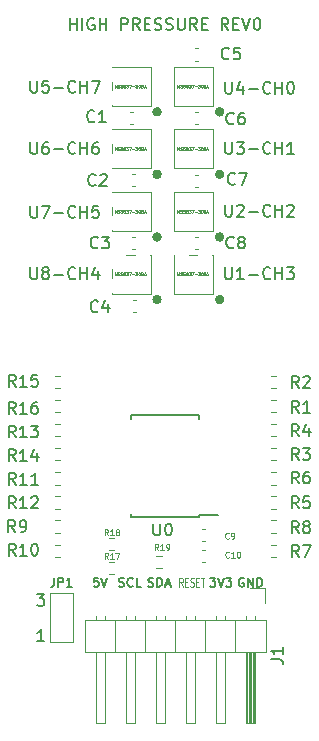
<source format=gto>
%TF.GenerationSoftware,KiCad,Pcbnew,(5.1.12)-1*%
%TF.CreationDate,2021-12-20T11:42:42-08:00*%
%TF.ProjectId,HighPressureSensorArray,48696768-5072-4657-9373-75726553656e,rev?*%
%TF.SameCoordinates,Original*%
%TF.FileFunction,Legend,Top*%
%TF.FilePolarity,Positive*%
%FSLAX46Y46*%
G04 Gerber Fmt 4.6, Leading zero omitted, Abs format (unit mm)*
G04 Created by KiCad (PCBNEW (5.1.12)-1) date 2021-12-20 11:42:42*
%MOMM*%
%LPD*%
G01*
G04 APERTURE LIST*
%ADD10C,0.150000*%
%ADD11C,0.125000*%
%ADD12C,0.120000*%
%ADD13C,0.050000*%
%ADD14C,0.400000*%
%ADD15C,0.062500*%
%ADD16R,1.750000X0.450000*%
%ADD17R,1.300000X1.300000*%
%ADD18C,2.100000*%
%ADD19R,1.500000X1.000000*%
%ADD20R,1.700000X1.700000*%
%ADD21O,1.700000X1.700000*%
G04 APERTURE END LIST*
D10*
X124357142Y-89339285D02*
X124000000Y-89339285D01*
X123964285Y-89696428D01*
X124000000Y-89660714D01*
X124071428Y-89625000D01*
X124250000Y-89625000D01*
X124321428Y-89660714D01*
X124357142Y-89696428D01*
X124392857Y-89767857D01*
X124392857Y-89946428D01*
X124357142Y-90017857D01*
X124321428Y-90053571D01*
X124250000Y-90089285D01*
X124071428Y-90089285D01*
X124000000Y-90053571D01*
X123964285Y-90017857D01*
X124607142Y-89339285D02*
X124857142Y-90089285D01*
X125107142Y-89339285D01*
X126107142Y-90053571D02*
X126214285Y-90089285D01*
X126392857Y-90089285D01*
X126464285Y-90053571D01*
X126500000Y-90017857D01*
X126535714Y-89946428D01*
X126535714Y-89875000D01*
X126500000Y-89803571D01*
X126464285Y-89767857D01*
X126392857Y-89732142D01*
X126250000Y-89696428D01*
X126178571Y-89660714D01*
X126142857Y-89625000D01*
X126107142Y-89553571D01*
X126107142Y-89482142D01*
X126142857Y-89410714D01*
X126178571Y-89375000D01*
X126250000Y-89339285D01*
X126428571Y-89339285D01*
X126535714Y-89375000D01*
X127285714Y-90017857D02*
X127250000Y-90053571D01*
X127142857Y-90089285D01*
X127071428Y-90089285D01*
X126964285Y-90053571D01*
X126892857Y-89982142D01*
X126857142Y-89910714D01*
X126821428Y-89767857D01*
X126821428Y-89660714D01*
X126857142Y-89517857D01*
X126892857Y-89446428D01*
X126964285Y-89375000D01*
X127071428Y-89339285D01*
X127142857Y-89339285D01*
X127250000Y-89375000D01*
X127285714Y-89410714D01*
X127964285Y-90089285D02*
X127607142Y-90089285D01*
X127607142Y-89339285D01*
X128589285Y-90053571D02*
X128696428Y-90089285D01*
X128875000Y-90089285D01*
X128946428Y-90053571D01*
X128982142Y-90017857D01*
X129017857Y-89946428D01*
X129017857Y-89875000D01*
X128982142Y-89803571D01*
X128946428Y-89767857D01*
X128875000Y-89732142D01*
X128732142Y-89696428D01*
X128660714Y-89660714D01*
X128625000Y-89625000D01*
X128589285Y-89553571D01*
X128589285Y-89482142D01*
X128625000Y-89410714D01*
X128660714Y-89375000D01*
X128732142Y-89339285D01*
X128910714Y-89339285D01*
X129017857Y-89375000D01*
X129339285Y-90089285D02*
X129339285Y-89339285D01*
X129517857Y-89339285D01*
X129625000Y-89375000D01*
X129696428Y-89446428D01*
X129732142Y-89517857D01*
X129767857Y-89660714D01*
X129767857Y-89767857D01*
X129732142Y-89910714D01*
X129696428Y-89982142D01*
X129625000Y-90053571D01*
X129517857Y-90089285D01*
X129339285Y-90089285D01*
X130053571Y-89875000D02*
X130410714Y-89875000D01*
X129982142Y-90089285D02*
X130232142Y-89339285D01*
X130482142Y-90089285D01*
D11*
X131523809Y-90089285D02*
X131357142Y-89732142D01*
X131238095Y-90089285D02*
X131238095Y-89339285D01*
X131428571Y-89339285D01*
X131476190Y-89375000D01*
X131500000Y-89410714D01*
X131523809Y-89482142D01*
X131523809Y-89589285D01*
X131500000Y-89660714D01*
X131476190Y-89696428D01*
X131428571Y-89732142D01*
X131238095Y-89732142D01*
X131738095Y-89696428D02*
X131904761Y-89696428D01*
X131976190Y-90089285D02*
X131738095Y-90089285D01*
X131738095Y-89339285D01*
X131976190Y-89339285D01*
X132166666Y-90053571D02*
X132238095Y-90089285D01*
X132357142Y-90089285D01*
X132404761Y-90053571D01*
X132428571Y-90017857D01*
X132452380Y-89946428D01*
X132452380Y-89875000D01*
X132428571Y-89803571D01*
X132404761Y-89767857D01*
X132357142Y-89732142D01*
X132261904Y-89696428D01*
X132214285Y-89660714D01*
X132190476Y-89625000D01*
X132166666Y-89553571D01*
X132166666Y-89482142D01*
X132190476Y-89410714D01*
X132214285Y-89375000D01*
X132261904Y-89339285D01*
X132380952Y-89339285D01*
X132452380Y-89375000D01*
X132666666Y-89696428D02*
X132833333Y-89696428D01*
X132904761Y-90089285D02*
X132666666Y-90089285D01*
X132666666Y-89339285D01*
X132904761Y-89339285D01*
X133047619Y-89339285D02*
X133333333Y-89339285D01*
X133190476Y-90089285D02*
X133190476Y-89339285D01*
D10*
X133821428Y-89339285D02*
X134285714Y-89339285D01*
X134035714Y-89625000D01*
X134142857Y-89625000D01*
X134214285Y-89660714D01*
X134250000Y-89696428D01*
X134285714Y-89767857D01*
X134285714Y-89946428D01*
X134250000Y-90017857D01*
X134214285Y-90053571D01*
X134142857Y-90089285D01*
X133928571Y-90089285D01*
X133857142Y-90053571D01*
X133821428Y-90017857D01*
X134500000Y-89339285D02*
X134750000Y-90089285D01*
X135000000Y-89339285D01*
X135178571Y-89339285D02*
X135642857Y-89339285D01*
X135392857Y-89625000D01*
X135500000Y-89625000D01*
X135571428Y-89660714D01*
X135607142Y-89696428D01*
X135642857Y-89767857D01*
X135642857Y-89946428D01*
X135607142Y-90017857D01*
X135571428Y-90053571D01*
X135500000Y-90089285D01*
X135285714Y-90089285D01*
X135214285Y-90053571D01*
X135178571Y-90017857D01*
X136678571Y-89375000D02*
X136607142Y-89339285D01*
X136500000Y-89339285D01*
X136392857Y-89375000D01*
X136321428Y-89446428D01*
X136285714Y-89517857D01*
X136250000Y-89660714D01*
X136250000Y-89767857D01*
X136285714Y-89910714D01*
X136321428Y-89982142D01*
X136392857Y-90053571D01*
X136500000Y-90089285D01*
X136571428Y-90089285D01*
X136678571Y-90053571D01*
X136714285Y-90017857D01*
X136714285Y-89767857D01*
X136571428Y-89767857D01*
X137035714Y-90089285D02*
X137035714Y-89339285D01*
X137464285Y-90089285D01*
X137464285Y-89339285D01*
X137821428Y-90089285D02*
X137821428Y-89339285D01*
X138000000Y-89339285D01*
X138107142Y-89375000D01*
X138178571Y-89446428D01*
X138214285Y-89517857D01*
X138250000Y-89660714D01*
X138250000Y-89767857D01*
X138214285Y-89910714D01*
X138178571Y-89982142D01*
X138107142Y-90053571D01*
X138000000Y-90089285D01*
X137821428Y-90089285D01*
X121952380Y-42952380D02*
X121952380Y-41952380D01*
X121952380Y-42428571D02*
X122523809Y-42428571D01*
X122523809Y-42952380D02*
X122523809Y-41952380D01*
X123000000Y-42952380D02*
X123000000Y-41952380D01*
X124000000Y-42000000D02*
X123904761Y-41952380D01*
X123761904Y-41952380D01*
X123619047Y-42000000D01*
X123523809Y-42095238D01*
X123476190Y-42190476D01*
X123428571Y-42380952D01*
X123428571Y-42523809D01*
X123476190Y-42714285D01*
X123523809Y-42809523D01*
X123619047Y-42904761D01*
X123761904Y-42952380D01*
X123857142Y-42952380D01*
X124000000Y-42904761D01*
X124047619Y-42857142D01*
X124047619Y-42523809D01*
X123857142Y-42523809D01*
X124476190Y-42952380D02*
X124476190Y-41952380D01*
X124476190Y-42428571D02*
X125047619Y-42428571D01*
X125047619Y-42952380D02*
X125047619Y-41952380D01*
X126285714Y-42952380D02*
X126285714Y-41952380D01*
X126666666Y-41952380D01*
X126761904Y-42000000D01*
X126809523Y-42047619D01*
X126857142Y-42142857D01*
X126857142Y-42285714D01*
X126809523Y-42380952D01*
X126761904Y-42428571D01*
X126666666Y-42476190D01*
X126285714Y-42476190D01*
X127857142Y-42952380D02*
X127523809Y-42476190D01*
X127285714Y-42952380D02*
X127285714Y-41952380D01*
X127666666Y-41952380D01*
X127761904Y-42000000D01*
X127809523Y-42047619D01*
X127857142Y-42142857D01*
X127857142Y-42285714D01*
X127809523Y-42380952D01*
X127761904Y-42428571D01*
X127666666Y-42476190D01*
X127285714Y-42476190D01*
X128285714Y-42428571D02*
X128619047Y-42428571D01*
X128761904Y-42952380D02*
X128285714Y-42952380D01*
X128285714Y-41952380D01*
X128761904Y-41952380D01*
X129142857Y-42904761D02*
X129285714Y-42952380D01*
X129523809Y-42952380D01*
X129619047Y-42904761D01*
X129666666Y-42857142D01*
X129714285Y-42761904D01*
X129714285Y-42666666D01*
X129666666Y-42571428D01*
X129619047Y-42523809D01*
X129523809Y-42476190D01*
X129333333Y-42428571D01*
X129238095Y-42380952D01*
X129190476Y-42333333D01*
X129142857Y-42238095D01*
X129142857Y-42142857D01*
X129190476Y-42047619D01*
X129238095Y-42000000D01*
X129333333Y-41952380D01*
X129571428Y-41952380D01*
X129714285Y-42000000D01*
X130095238Y-42904761D02*
X130238095Y-42952380D01*
X130476190Y-42952380D01*
X130571428Y-42904761D01*
X130619047Y-42857142D01*
X130666666Y-42761904D01*
X130666666Y-42666666D01*
X130619047Y-42571428D01*
X130571428Y-42523809D01*
X130476190Y-42476190D01*
X130285714Y-42428571D01*
X130190476Y-42380952D01*
X130142857Y-42333333D01*
X130095238Y-42238095D01*
X130095238Y-42142857D01*
X130142857Y-42047619D01*
X130190476Y-42000000D01*
X130285714Y-41952380D01*
X130523809Y-41952380D01*
X130666666Y-42000000D01*
X131095238Y-41952380D02*
X131095238Y-42761904D01*
X131142857Y-42857142D01*
X131190476Y-42904761D01*
X131285714Y-42952380D01*
X131476190Y-42952380D01*
X131571428Y-42904761D01*
X131619047Y-42857142D01*
X131666666Y-42761904D01*
X131666666Y-41952380D01*
X132714285Y-42952380D02*
X132380952Y-42476190D01*
X132142857Y-42952380D02*
X132142857Y-41952380D01*
X132523809Y-41952380D01*
X132619047Y-42000000D01*
X132666666Y-42047619D01*
X132714285Y-42142857D01*
X132714285Y-42285714D01*
X132666666Y-42380952D01*
X132619047Y-42428571D01*
X132523809Y-42476190D01*
X132142857Y-42476190D01*
X133142857Y-42428571D02*
X133476190Y-42428571D01*
X133619047Y-42952380D02*
X133142857Y-42952380D01*
X133142857Y-41952380D01*
X133619047Y-41952380D01*
X135380952Y-42952380D02*
X135047619Y-42476190D01*
X134809523Y-42952380D02*
X134809523Y-41952380D01*
X135190476Y-41952380D01*
X135285714Y-42000000D01*
X135333333Y-42047619D01*
X135380952Y-42142857D01*
X135380952Y-42285714D01*
X135333333Y-42380952D01*
X135285714Y-42428571D01*
X135190476Y-42476190D01*
X134809523Y-42476190D01*
X135809523Y-42428571D02*
X136142857Y-42428571D01*
X136285714Y-42952380D02*
X135809523Y-42952380D01*
X135809523Y-41952380D01*
X136285714Y-41952380D01*
X136571428Y-41952380D02*
X136904761Y-42952380D01*
X137238095Y-41952380D01*
X137761904Y-41952380D02*
X137857142Y-41952380D01*
X137952380Y-42000000D01*
X138000000Y-42047619D01*
X138047619Y-42142857D01*
X138095238Y-42333333D01*
X138095238Y-42571428D01*
X138047619Y-42761904D01*
X138000000Y-42857142D01*
X137952380Y-42904761D01*
X137857142Y-42952380D01*
X137761904Y-42952380D01*
X137666666Y-42904761D01*
X137619047Y-42857142D01*
X137571428Y-42761904D01*
X137523809Y-42571428D01*
X137523809Y-42333333D01*
X137571428Y-42142857D01*
X137619047Y-42047619D01*
X137666666Y-42000000D01*
X137761904Y-41952380D01*
D12*
X127059420Y-50890000D02*
X127340580Y-50890000D01*
X127059420Y-49870000D02*
X127340580Y-49870000D01*
X127229420Y-55130000D02*
X127510580Y-55130000D01*
X127229420Y-56150000D02*
X127510580Y-56150000D01*
X127229420Y-61490000D02*
X127510580Y-61490000D01*
X127229420Y-60470000D02*
X127510580Y-60470000D01*
X127269420Y-65800000D02*
X127550580Y-65800000D01*
X127269420Y-66820000D02*
X127550580Y-66820000D01*
X132830580Y-44520000D02*
X132549420Y-44520000D01*
X132830580Y-45540000D02*
X132549420Y-45540000D01*
X132820580Y-50950000D02*
X132539420Y-50950000D01*
X132820580Y-49930000D02*
X132539420Y-49930000D01*
X132830580Y-56240000D02*
X132549420Y-56240000D01*
X132830580Y-55220000D02*
X132549420Y-55220000D01*
X132820580Y-60450000D02*
X132539420Y-60450000D01*
X132820580Y-61470000D02*
X132539420Y-61470000D01*
X133159420Y-85190000D02*
X133440580Y-85190000D01*
X133159420Y-86210000D02*
X133440580Y-86210000D01*
X133159420Y-88010000D02*
X133440580Y-88010000D01*
X133159420Y-86990000D02*
X133440580Y-86990000D01*
X139437258Y-74275458D02*
X138962742Y-74275458D01*
X139437258Y-75320458D02*
X138962742Y-75320458D01*
X139437258Y-73279642D02*
X138962742Y-73279642D01*
X139437258Y-72234642D02*
X138962742Y-72234642D01*
X139437258Y-79402090D02*
X138962742Y-79402090D01*
X139437258Y-78357090D02*
X138962742Y-78357090D01*
X139437258Y-76316274D02*
X138962742Y-76316274D01*
X139437258Y-77361274D02*
X138962742Y-77361274D01*
X139437258Y-82438722D02*
X138962742Y-82438722D01*
X139437258Y-83483722D02*
X138962742Y-83483722D01*
X139437258Y-81442906D02*
X138962742Y-81442906D01*
X139437258Y-80397906D02*
X138962742Y-80397906D01*
X139437258Y-87565357D02*
X138962742Y-87565357D01*
X139437258Y-86520357D02*
X138962742Y-86520357D01*
X139437258Y-84479538D02*
X138962742Y-84479538D01*
X139437258Y-85524538D02*
X138962742Y-85524538D01*
X120662742Y-84478516D02*
X121137258Y-84478516D01*
X120662742Y-85523516D02*
X121137258Y-85523516D01*
X120662742Y-86520357D02*
X121137258Y-86520357D01*
X120662742Y-87565357D02*
X121137258Y-87565357D01*
X120662742Y-80394844D02*
X121137258Y-80394844D01*
X120662742Y-81439844D02*
X121137258Y-81439844D01*
X120662742Y-83481680D02*
X121137258Y-83481680D01*
X120662742Y-82436680D02*
X121137258Y-82436680D01*
X120662742Y-76311172D02*
X121137258Y-76311172D01*
X120662742Y-77356172D02*
X121137258Y-77356172D01*
X120662742Y-79398008D02*
X121137258Y-79398008D01*
X120662742Y-78353008D02*
X121137258Y-78353008D01*
X120662742Y-72227500D02*
X121137258Y-72227500D01*
X120662742Y-73272500D02*
X121137258Y-73272500D01*
X120662742Y-75314336D02*
X121137258Y-75314336D01*
X120662742Y-74269336D02*
X121137258Y-74269336D01*
X125737258Y-89022500D02*
X125262742Y-89022500D01*
X125737258Y-87977500D02*
X125262742Y-87977500D01*
X125737258Y-85977500D02*
X125262742Y-85977500D01*
X125737258Y-87022500D02*
X125262742Y-87022500D01*
X129737258Y-87477500D02*
X129262742Y-87477500D01*
X129737258Y-88522500D02*
X129262742Y-88522500D01*
D10*
X132875000Y-84225000D02*
X132875000Y-84000000D01*
X127125000Y-84225000D02*
X127125000Y-83925000D01*
X127125000Y-75575000D02*
X127125000Y-75875000D01*
X132875000Y-75575000D02*
X132875000Y-75875000D01*
X132875000Y-84225000D02*
X127125000Y-84225000D01*
X132875000Y-75575000D02*
X127125000Y-75575000D01*
X132875000Y-84000000D02*
X134475000Y-84000000D01*
D13*
X134086600Y-61980400D02*
X134086600Y-65280400D01*
X130786600Y-65280400D02*
X134086600Y-65280400D01*
X130786600Y-61980400D02*
X134086600Y-61980400D01*
X130786600Y-61980400D02*
X130786600Y-65280400D01*
D14*
X134837000Y-65780000D02*
G75*
G03*
X134837000Y-65780000I-200000J0D01*
G01*
D13*
X134086600Y-56680400D02*
X134086600Y-59980400D01*
X130786600Y-59980400D02*
X134086600Y-59980400D01*
X130786600Y-56680400D02*
X134086600Y-56680400D01*
X130786600Y-56680400D02*
X130786600Y-59980400D01*
D14*
X134837000Y-60480000D02*
G75*
G03*
X134837000Y-60480000I-200000J0D01*
G01*
D13*
X134086600Y-51380400D02*
X134086600Y-54680400D01*
X130786600Y-54680400D02*
X134086600Y-54680400D01*
X130786600Y-51380400D02*
X134086600Y-51380400D01*
X130786600Y-51380400D02*
X130786600Y-54680400D01*
D14*
X134837000Y-55180000D02*
G75*
G03*
X134837000Y-55180000I-200000J0D01*
G01*
X134837000Y-49880000D02*
G75*
G03*
X134837000Y-49880000I-200000J0D01*
G01*
D13*
X130786600Y-46080400D02*
X130786600Y-49380400D01*
X130786600Y-46080400D02*
X134086600Y-46080400D01*
X130786600Y-49380400D02*
X134086600Y-49380400D01*
X134086600Y-46080400D02*
X134086600Y-49380400D01*
D14*
X129537000Y-49880000D02*
G75*
G03*
X129537000Y-49880000I-200000J0D01*
G01*
D13*
X125486600Y-46080400D02*
X125486600Y-49380400D01*
X125486600Y-46080400D02*
X128786600Y-46080400D01*
X125486600Y-49380400D02*
X128786600Y-49380400D01*
X128786600Y-46080400D02*
X128786600Y-49380400D01*
X128786600Y-51380400D02*
X128786600Y-54680400D01*
X125486600Y-54680400D02*
X128786600Y-54680400D01*
X125486600Y-51380400D02*
X128786600Y-51380400D01*
X125486600Y-51380400D02*
X125486600Y-54680400D01*
D14*
X129537000Y-55180000D02*
G75*
G03*
X129537000Y-55180000I-200000J0D01*
G01*
X129537000Y-60480000D02*
G75*
G03*
X129537000Y-60480000I-200000J0D01*
G01*
D13*
X125486600Y-56680400D02*
X125486600Y-59980400D01*
X125486600Y-56680400D02*
X128786600Y-56680400D01*
X125486600Y-59980400D02*
X128786600Y-59980400D01*
X128786600Y-56680400D02*
X128786600Y-59980400D01*
D14*
X129537000Y-65780000D02*
G75*
G03*
X129537000Y-65780000I-200000J0D01*
G01*
D13*
X125486600Y-61980400D02*
X125486600Y-65280400D01*
X125486600Y-61980400D02*
X128786600Y-61980400D01*
X125486600Y-65280400D02*
X128786600Y-65280400D01*
X128786600Y-61980400D02*
X128786600Y-65280400D01*
D12*
X122250000Y-94750000D02*
X120250000Y-94750000D01*
X122250000Y-90650000D02*
X122250000Y-94750000D01*
X120250000Y-90650000D02*
X122250000Y-90650000D01*
X120250000Y-94750000D02*
X120250000Y-90650000D01*
X138580000Y-92940000D02*
X123220000Y-92940000D01*
X123220000Y-92940000D02*
X123220000Y-95600000D01*
X123220000Y-95600000D02*
X138580000Y-95600000D01*
X138580000Y-95600000D02*
X138580000Y-92940000D01*
X137630000Y-95600000D02*
X137630000Y-101600000D01*
X137630000Y-101600000D02*
X136870000Y-101600000D01*
X136870000Y-101600000D02*
X136870000Y-95600000D01*
X137570000Y-95600000D02*
X137570000Y-101600000D01*
X137450000Y-95600000D02*
X137450000Y-101600000D01*
X137330000Y-95600000D02*
X137330000Y-101600000D01*
X137210000Y-95600000D02*
X137210000Y-101600000D01*
X137090000Y-95600000D02*
X137090000Y-101600000D01*
X136970000Y-95600000D02*
X136970000Y-101600000D01*
X137630000Y-92610000D02*
X137630000Y-92940000D01*
X136870000Y-92610000D02*
X136870000Y-92940000D01*
X135980000Y-92940000D02*
X135980000Y-95600000D01*
X135090000Y-95600000D02*
X135090000Y-101600000D01*
X135090000Y-101600000D02*
X134330000Y-101600000D01*
X134330000Y-101600000D02*
X134330000Y-95600000D01*
X135090000Y-92542929D02*
X135090000Y-92940000D01*
X134330000Y-92542929D02*
X134330000Y-92940000D01*
X133440000Y-92940000D02*
X133440000Y-95600000D01*
X132550000Y-95600000D02*
X132550000Y-101600000D01*
X132550000Y-101600000D02*
X131790000Y-101600000D01*
X131790000Y-101600000D02*
X131790000Y-95600000D01*
X132550000Y-92542929D02*
X132550000Y-92940000D01*
X131790000Y-92542929D02*
X131790000Y-92940000D01*
X130900000Y-92940000D02*
X130900000Y-95600000D01*
X130010000Y-95600000D02*
X130010000Y-101600000D01*
X130010000Y-101600000D02*
X129250000Y-101600000D01*
X129250000Y-101600000D02*
X129250000Y-95600000D01*
X130010000Y-92542929D02*
X130010000Y-92940000D01*
X129250000Y-92542929D02*
X129250000Y-92940000D01*
X128360000Y-92940000D02*
X128360000Y-95600000D01*
X127470000Y-95600000D02*
X127470000Y-101600000D01*
X127470000Y-101600000D02*
X126710000Y-101600000D01*
X126710000Y-101600000D02*
X126710000Y-95600000D01*
X127470000Y-92542929D02*
X127470000Y-92940000D01*
X126710000Y-92542929D02*
X126710000Y-92940000D01*
X125820000Y-92940000D02*
X125820000Y-95600000D01*
X124930000Y-95600000D02*
X124930000Y-101600000D01*
X124930000Y-101600000D02*
X124170000Y-101600000D01*
X124170000Y-101600000D02*
X124170000Y-95600000D01*
X124930000Y-92542929D02*
X124930000Y-92940000D01*
X124170000Y-92542929D02*
X124170000Y-92940000D01*
X137250000Y-90230000D02*
X138520000Y-90230000D01*
X138520000Y-90230000D02*
X138520000Y-91500000D01*
D10*
X124033333Y-50657142D02*
X123985714Y-50704761D01*
X123842857Y-50752380D01*
X123747619Y-50752380D01*
X123604761Y-50704761D01*
X123509523Y-50609523D01*
X123461904Y-50514285D01*
X123414285Y-50323809D01*
X123414285Y-50180952D01*
X123461904Y-49990476D01*
X123509523Y-49895238D01*
X123604761Y-49800000D01*
X123747619Y-49752380D01*
X123842857Y-49752380D01*
X123985714Y-49800000D01*
X124033333Y-49847619D01*
X124985714Y-50752380D02*
X124414285Y-50752380D01*
X124700000Y-50752380D02*
X124700000Y-49752380D01*
X124604761Y-49895238D01*
X124509523Y-49990476D01*
X124414285Y-50038095D01*
X124133333Y-56057142D02*
X124085714Y-56104761D01*
X123942857Y-56152380D01*
X123847619Y-56152380D01*
X123704761Y-56104761D01*
X123609523Y-56009523D01*
X123561904Y-55914285D01*
X123514285Y-55723809D01*
X123514285Y-55580952D01*
X123561904Y-55390476D01*
X123609523Y-55295238D01*
X123704761Y-55200000D01*
X123847619Y-55152380D01*
X123942857Y-55152380D01*
X124085714Y-55200000D01*
X124133333Y-55247619D01*
X124514285Y-55247619D02*
X124561904Y-55200000D01*
X124657142Y-55152380D01*
X124895238Y-55152380D01*
X124990476Y-55200000D01*
X125038095Y-55247619D01*
X125085714Y-55342857D01*
X125085714Y-55438095D01*
X125038095Y-55580952D01*
X124466666Y-56152380D01*
X125085714Y-56152380D01*
X124333333Y-61357142D02*
X124285714Y-61404761D01*
X124142857Y-61452380D01*
X124047619Y-61452380D01*
X123904761Y-61404761D01*
X123809523Y-61309523D01*
X123761904Y-61214285D01*
X123714285Y-61023809D01*
X123714285Y-60880952D01*
X123761904Y-60690476D01*
X123809523Y-60595238D01*
X123904761Y-60500000D01*
X124047619Y-60452380D01*
X124142857Y-60452380D01*
X124285714Y-60500000D01*
X124333333Y-60547619D01*
X124666666Y-60452380D02*
X125285714Y-60452380D01*
X124952380Y-60833333D01*
X125095238Y-60833333D01*
X125190476Y-60880952D01*
X125238095Y-60928571D01*
X125285714Y-61023809D01*
X125285714Y-61261904D01*
X125238095Y-61357142D01*
X125190476Y-61404761D01*
X125095238Y-61452380D01*
X124809523Y-61452380D01*
X124714285Y-61404761D01*
X124666666Y-61357142D01*
X124333333Y-66757142D02*
X124285714Y-66804761D01*
X124142857Y-66852380D01*
X124047619Y-66852380D01*
X123904761Y-66804761D01*
X123809523Y-66709523D01*
X123761904Y-66614285D01*
X123714285Y-66423809D01*
X123714285Y-66280952D01*
X123761904Y-66090476D01*
X123809523Y-65995238D01*
X123904761Y-65900000D01*
X124047619Y-65852380D01*
X124142857Y-65852380D01*
X124285714Y-65900000D01*
X124333333Y-65947619D01*
X125190476Y-66185714D02*
X125190476Y-66852380D01*
X124952380Y-65804761D02*
X124714285Y-66519047D01*
X125333333Y-66519047D01*
X135433333Y-45357142D02*
X135385714Y-45404761D01*
X135242857Y-45452380D01*
X135147619Y-45452380D01*
X135004761Y-45404761D01*
X134909523Y-45309523D01*
X134861904Y-45214285D01*
X134814285Y-45023809D01*
X134814285Y-44880952D01*
X134861904Y-44690476D01*
X134909523Y-44595238D01*
X135004761Y-44500000D01*
X135147619Y-44452380D01*
X135242857Y-44452380D01*
X135385714Y-44500000D01*
X135433333Y-44547619D01*
X136338095Y-44452380D02*
X135861904Y-44452380D01*
X135814285Y-44928571D01*
X135861904Y-44880952D01*
X135957142Y-44833333D01*
X136195238Y-44833333D01*
X136290476Y-44880952D01*
X136338095Y-44928571D01*
X136385714Y-45023809D01*
X136385714Y-45261904D01*
X136338095Y-45357142D01*
X136290476Y-45404761D01*
X136195238Y-45452380D01*
X135957142Y-45452380D01*
X135861904Y-45404761D01*
X135814285Y-45357142D01*
X135833333Y-50857142D02*
X135785714Y-50904761D01*
X135642857Y-50952380D01*
X135547619Y-50952380D01*
X135404761Y-50904761D01*
X135309523Y-50809523D01*
X135261904Y-50714285D01*
X135214285Y-50523809D01*
X135214285Y-50380952D01*
X135261904Y-50190476D01*
X135309523Y-50095238D01*
X135404761Y-50000000D01*
X135547619Y-49952380D01*
X135642857Y-49952380D01*
X135785714Y-50000000D01*
X135833333Y-50047619D01*
X136690476Y-49952380D02*
X136500000Y-49952380D01*
X136404761Y-50000000D01*
X136357142Y-50047619D01*
X136261904Y-50190476D01*
X136214285Y-50380952D01*
X136214285Y-50761904D01*
X136261904Y-50857142D01*
X136309523Y-50904761D01*
X136404761Y-50952380D01*
X136595238Y-50952380D01*
X136690476Y-50904761D01*
X136738095Y-50857142D01*
X136785714Y-50761904D01*
X136785714Y-50523809D01*
X136738095Y-50428571D01*
X136690476Y-50380952D01*
X136595238Y-50333333D01*
X136404761Y-50333333D01*
X136309523Y-50380952D01*
X136261904Y-50428571D01*
X136214285Y-50523809D01*
X135933333Y-55957142D02*
X135885714Y-56004761D01*
X135742857Y-56052380D01*
X135647619Y-56052380D01*
X135504761Y-56004761D01*
X135409523Y-55909523D01*
X135361904Y-55814285D01*
X135314285Y-55623809D01*
X135314285Y-55480952D01*
X135361904Y-55290476D01*
X135409523Y-55195238D01*
X135504761Y-55100000D01*
X135647619Y-55052380D01*
X135742857Y-55052380D01*
X135885714Y-55100000D01*
X135933333Y-55147619D01*
X136266666Y-55052380D02*
X136933333Y-55052380D01*
X136504761Y-56052380D01*
X135833333Y-61357142D02*
X135785714Y-61404761D01*
X135642857Y-61452380D01*
X135547619Y-61452380D01*
X135404761Y-61404761D01*
X135309523Y-61309523D01*
X135261904Y-61214285D01*
X135214285Y-61023809D01*
X135214285Y-60880952D01*
X135261904Y-60690476D01*
X135309523Y-60595238D01*
X135404761Y-60500000D01*
X135547619Y-60452380D01*
X135642857Y-60452380D01*
X135785714Y-60500000D01*
X135833333Y-60547619D01*
X136404761Y-60880952D02*
X136309523Y-60833333D01*
X136261904Y-60785714D01*
X136214285Y-60690476D01*
X136214285Y-60642857D01*
X136261904Y-60547619D01*
X136309523Y-60500000D01*
X136404761Y-60452380D01*
X136595238Y-60452380D01*
X136690476Y-60500000D01*
X136738095Y-60547619D01*
X136785714Y-60642857D01*
X136785714Y-60690476D01*
X136738095Y-60785714D01*
X136690476Y-60833333D01*
X136595238Y-60880952D01*
X136404761Y-60880952D01*
X136309523Y-60928571D01*
X136261904Y-60976190D01*
X136214285Y-61071428D01*
X136214285Y-61261904D01*
X136261904Y-61357142D01*
X136309523Y-61404761D01*
X136404761Y-61452380D01*
X136595238Y-61452380D01*
X136690476Y-61404761D01*
X136738095Y-61357142D01*
X136785714Y-61261904D01*
X136785714Y-61071428D01*
X136738095Y-60976190D01*
X136690476Y-60928571D01*
X136595238Y-60880952D01*
D11*
X135416666Y-85978571D02*
X135392857Y-86002380D01*
X135321428Y-86026190D01*
X135273809Y-86026190D01*
X135202380Y-86002380D01*
X135154761Y-85954761D01*
X135130952Y-85907142D01*
X135107142Y-85811904D01*
X135107142Y-85740476D01*
X135130952Y-85645238D01*
X135154761Y-85597619D01*
X135202380Y-85550000D01*
X135273809Y-85526190D01*
X135321428Y-85526190D01*
X135392857Y-85550000D01*
X135416666Y-85573809D01*
X135654761Y-86026190D02*
X135750000Y-86026190D01*
X135797619Y-86002380D01*
X135821428Y-85978571D01*
X135869047Y-85907142D01*
X135892857Y-85811904D01*
X135892857Y-85621428D01*
X135869047Y-85573809D01*
X135845238Y-85550000D01*
X135797619Y-85526190D01*
X135702380Y-85526190D01*
X135654761Y-85550000D01*
X135630952Y-85573809D01*
X135607142Y-85621428D01*
X135607142Y-85740476D01*
X135630952Y-85788095D01*
X135654761Y-85811904D01*
X135702380Y-85835714D01*
X135797619Y-85835714D01*
X135845238Y-85811904D01*
X135869047Y-85788095D01*
X135892857Y-85740476D01*
X135428571Y-87578571D02*
X135404761Y-87602380D01*
X135333333Y-87626190D01*
X135285714Y-87626190D01*
X135214285Y-87602380D01*
X135166666Y-87554761D01*
X135142857Y-87507142D01*
X135119047Y-87411904D01*
X135119047Y-87340476D01*
X135142857Y-87245238D01*
X135166666Y-87197619D01*
X135214285Y-87150000D01*
X135285714Y-87126190D01*
X135333333Y-87126190D01*
X135404761Y-87150000D01*
X135428571Y-87173809D01*
X135904761Y-87626190D02*
X135619047Y-87626190D01*
X135761904Y-87626190D02*
X135761904Y-87126190D01*
X135714285Y-87197619D01*
X135666666Y-87245238D01*
X135619047Y-87269047D01*
X136214285Y-87126190D02*
X136261904Y-87126190D01*
X136309523Y-87150000D01*
X136333333Y-87173809D01*
X136357142Y-87221428D01*
X136380952Y-87316666D01*
X136380952Y-87435714D01*
X136357142Y-87530952D01*
X136333333Y-87578571D01*
X136309523Y-87602380D01*
X136261904Y-87626190D01*
X136214285Y-87626190D01*
X136166666Y-87602380D01*
X136142857Y-87578571D01*
X136119047Y-87530952D01*
X136095238Y-87435714D01*
X136095238Y-87316666D01*
X136119047Y-87221428D01*
X136142857Y-87173809D01*
X136166666Y-87150000D01*
X136214285Y-87126190D01*
D10*
X141333333Y-75352380D02*
X141000000Y-74876190D01*
X140761904Y-75352380D02*
X140761904Y-74352380D01*
X141142857Y-74352380D01*
X141238095Y-74400000D01*
X141285714Y-74447619D01*
X141333333Y-74542857D01*
X141333333Y-74685714D01*
X141285714Y-74780952D01*
X141238095Y-74828571D01*
X141142857Y-74876190D01*
X140761904Y-74876190D01*
X142285714Y-75352380D02*
X141714285Y-75352380D01*
X142000000Y-75352380D02*
X142000000Y-74352380D01*
X141904761Y-74495238D01*
X141809523Y-74590476D01*
X141714285Y-74638095D01*
X141333333Y-73252380D02*
X141000000Y-72776190D01*
X140761904Y-73252380D02*
X140761904Y-72252380D01*
X141142857Y-72252380D01*
X141238095Y-72300000D01*
X141285714Y-72347619D01*
X141333333Y-72442857D01*
X141333333Y-72585714D01*
X141285714Y-72680952D01*
X141238095Y-72728571D01*
X141142857Y-72776190D01*
X140761904Y-72776190D01*
X141714285Y-72347619D02*
X141761904Y-72300000D01*
X141857142Y-72252380D01*
X142095238Y-72252380D01*
X142190476Y-72300000D01*
X142238095Y-72347619D01*
X142285714Y-72442857D01*
X142285714Y-72538095D01*
X142238095Y-72680952D01*
X141666666Y-73252380D01*
X142285714Y-73252380D01*
X141333333Y-79352380D02*
X141000000Y-78876190D01*
X140761904Y-79352380D02*
X140761904Y-78352380D01*
X141142857Y-78352380D01*
X141238095Y-78400000D01*
X141285714Y-78447619D01*
X141333333Y-78542857D01*
X141333333Y-78685714D01*
X141285714Y-78780952D01*
X141238095Y-78828571D01*
X141142857Y-78876190D01*
X140761904Y-78876190D01*
X141666666Y-78352380D02*
X142285714Y-78352380D01*
X141952380Y-78733333D01*
X142095238Y-78733333D01*
X142190476Y-78780952D01*
X142238095Y-78828571D01*
X142285714Y-78923809D01*
X142285714Y-79161904D01*
X142238095Y-79257142D01*
X142190476Y-79304761D01*
X142095238Y-79352380D01*
X141809523Y-79352380D01*
X141714285Y-79304761D01*
X141666666Y-79257142D01*
X141333333Y-77352380D02*
X141000000Y-76876190D01*
X140761904Y-77352380D02*
X140761904Y-76352380D01*
X141142857Y-76352380D01*
X141238095Y-76400000D01*
X141285714Y-76447619D01*
X141333333Y-76542857D01*
X141333333Y-76685714D01*
X141285714Y-76780952D01*
X141238095Y-76828571D01*
X141142857Y-76876190D01*
X140761904Y-76876190D01*
X142190476Y-76685714D02*
X142190476Y-77352380D01*
X141952380Y-76304761D02*
X141714285Y-77019047D01*
X142333333Y-77019047D01*
X141333333Y-83452380D02*
X141000000Y-82976190D01*
X140761904Y-83452380D02*
X140761904Y-82452380D01*
X141142857Y-82452380D01*
X141238095Y-82500000D01*
X141285714Y-82547619D01*
X141333333Y-82642857D01*
X141333333Y-82785714D01*
X141285714Y-82880952D01*
X141238095Y-82928571D01*
X141142857Y-82976190D01*
X140761904Y-82976190D01*
X142238095Y-82452380D02*
X141761904Y-82452380D01*
X141714285Y-82928571D01*
X141761904Y-82880952D01*
X141857142Y-82833333D01*
X142095238Y-82833333D01*
X142190476Y-82880952D01*
X142238095Y-82928571D01*
X142285714Y-83023809D01*
X142285714Y-83261904D01*
X142238095Y-83357142D01*
X142190476Y-83404761D01*
X142095238Y-83452380D01*
X141857142Y-83452380D01*
X141761904Y-83404761D01*
X141714285Y-83357142D01*
X141333333Y-81352380D02*
X141000000Y-80876190D01*
X140761904Y-81352380D02*
X140761904Y-80352380D01*
X141142857Y-80352380D01*
X141238095Y-80400000D01*
X141285714Y-80447619D01*
X141333333Y-80542857D01*
X141333333Y-80685714D01*
X141285714Y-80780952D01*
X141238095Y-80828571D01*
X141142857Y-80876190D01*
X140761904Y-80876190D01*
X142190476Y-80352380D02*
X142000000Y-80352380D01*
X141904761Y-80400000D01*
X141857142Y-80447619D01*
X141761904Y-80590476D01*
X141714285Y-80780952D01*
X141714285Y-81161904D01*
X141761904Y-81257142D01*
X141809523Y-81304761D01*
X141904761Y-81352380D01*
X142095238Y-81352380D01*
X142190476Y-81304761D01*
X142238095Y-81257142D01*
X142285714Y-81161904D01*
X142285714Y-80923809D01*
X142238095Y-80828571D01*
X142190476Y-80780952D01*
X142095238Y-80733333D01*
X141904761Y-80733333D01*
X141809523Y-80780952D01*
X141761904Y-80828571D01*
X141714285Y-80923809D01*
X141333333Y-87552380D02*
X141000000Y-87076190D01*
X140761904Y-87552380D02*
X140761904Y-86552380D01*
X141142857Y-86552380D01*
X141238095Y-86600000D01*
X141285714Y-86647619D01*
X141333333Y-86742857D01*
X141333333Y-86885714D01*
X141285714Y-86980952D01*
X141238095Y-87028571D01*
X141142857Y-87076190D01*
X140761904Y-87076190D01*
X141666666Y-86552380D02*
X142333333Y-86552380D01*
X141904761Y-87552380D01*
X141333333Y-85552380D02*
X141000000Y-85076190D01*
X140761904Y-85552380D02*
X140761904Y-84552380D01*
X141142857Y-84552380D01*
X141238095Y-84600000D01*
X141285714Y-84647619D01*
X141333333Y-84742857D01*
X141333333Y-84885714D01*
X141285714Y-84980952D01*
X141238095Y-85028571D01*
X141142857Y-85076190D01*
X140761904Y-85076190D01*
X141904761Y-84980952D02*
X141809523Y-84933333D01*
X141761904Y-84885714D01*
X141714285Y-84790476D01*
X141714285Y-84742857D01*
X141761904Y-84647619D01*
X141809523Y-84600000D01*
X141904761Y-84552380D01*
X142095238Y-84552380D01*
X142190476Y-84600000D01*
X142238095Y-84647619D01*
X142285714Y-84742857D01*
X142285714Y-84790476D01*
X142238095Y-84885714D01*
X142190476Y-84933333D01*
X142095238Y-84980952D01*
X141904761Y-84980952D01*
X141809523Y-85028571D01*
X141761904Y-85076190D01*
X141714285Y-85171428D01*
X141714285Y-85361904D01*
X141761904Y-85457142D01*
X141809523Y-85504761D01*
X141904761Y-85552380D01*
X142095238Y-85552380D01*
X142190476Y-85504761D01*
X142238095Y-85457142D01*
X142285714Y-85361904D01*
X142285714Y-85171428D01*
X142238095Y-85076190D01*
X142190476Y-85028571D01*
X142095238Y-84980952D01*
X117333333Y-85452380D02*
X117000000Y-84976190D01*
X116761904Y-85452380D02*
X116761904Y-84452380D01*
X117142857Y-84452380D01*
X117238095Y-84500000D01*
X117285714Y-84547619D01*
X117333333Y-84642857D01*
X117333333Y-84785714D01*
X117285714Y-84880952D01*
X117238095Y-84928571D01*
X117142857Y-84976190D01*
X116761904Y-84976190D01*
X117809523Y-85452380D02*
X118000000Y-85452380D01*
X118095238Y-85404761D01*
X118142857Y-85357142D01*
X118238095Y-85214285D01*
X118285714Y-85023809D01*
X118285714Y-84642857D01*
X118238095Y-84547619D01*
X118190476Y-84500000D01*
X118095238Y-84452380D01*
X117904761Y-84452380D01*
X117809523Y-84500000D01*
X117761904Y-84547619D01*
X117714285Y-84642857D01*
X117714285Y-84880952D01*
X117761904Y-84976190D01*
X117809523Y-85023809D01*
X117904761Y-85071428D01*
X118095238Y-85071428D01*
X118190476Y-85023809D01*
X118238095Y-84976190D01*
X118285714Y-84880952D01*
X117357142Y-87452380D02*
X117023809Y-86976190D01*
X116785714Y-87452380D02*
X116785714Y-86452380D01*
X117166666Y-86452380D01*
X117261904Y-86500000D01*
X117309523Y-86547619D01*
X117357142Y-86642857D01*
X117357142Y-86785714D01*
X117309523Y-86880952D01*
X117261904Y-86928571D01*
X117166666Y-86976190D01*
X116785714Y-86976190D01*
X118309523Y-87452380D02*
X117738095Y-87452380D01*
X118023809Y-87452380D02*
X118023809Y-86452380D01*
X117928571Y-86595238D01*
X117833333Y-86690476D01*
X117738095Y-86738095D01*
X118928571Y-86452380D02*
X119023809Y-86452380D01*
X119119047Y-86500000D01*
X119166666Y-86547619D01*
X119214285Y-86642857D01*
X119261904Y-86833333D01*
X119261904Y-87071428D01*
X119214285Y-87261904D01*
X119166666Y-87357142D01*
X119119047Y-87404761D01*
X119023809Y-87452380D01*
X118928571Y-87452380D01*
X118833333Y-87404761D01*
X118785714Y-87357142D01*
X118738095Y-87261904D01*
X118690476Y-87071428D01*
X118690476Y-86833333D01*
X118738095Y-86642857D01*
X118785714Y-86547619D01*
X118833333Y-86500000D01*
X118928571Y-86452380D01*
X117357142Y-81452380D02*
X117023809Y-80976190D01*
X116785714Y-81452380D02*
X116785714Y-80452380D01*
X117166666Y-80452380D01*
X117261904Y-80500000D01*
X117309523Y-80547619D01*
X117357142Y-80642857D01*
X117357142Y-80785714D01*
X117309523Y-80880952D01*
X117261904Y-80928571D01*
X117166666Y-80976190D01*
X116785714Y-80976190D01*
X118309523Y-81452380D02*
X117738095Y-81452380D01*
X118023809Y-81452380D02*
X118023809Y-80452380D01*
X117928571Y-80595238D01*
X117833333Y-80690476D01*
X117738095Y-80738095D01*
X119261904Y-81452380D02*
X118690476Y-81452380D01*
X118976190Y-81452380D02*
X118976190Y-80452380D01*
X118880952Y-80595238D01*
X118785714Y-80690476D01*
X118690476Y-80738095D01*
X117357142Y-83452380D02*
X117023809Y-82976190D01*
X116785714Y-83452380D02*
X116785714Y-82452380D01*
X117166666Y-82452380D01*
X117261904Y-82500000D01*
X117309523Y-82547619D01*
X117357142Y-82642857D01*
X117357142Y-82785714D01*
X117309523Y-82880952D01*
X117261904Y-82928571D01*
X117166666Y-82976190D01*
X116785714Y-82976190D01*
X118309523Y-83452380D02*
X117738095Y-83452380D01*
X118023809Y-83452380D02*
X118023809Y-82452380D01*
X117928571Y-82595238D01*
X117833333Y-82690476D01*
X117738095Y-82738095D01*
X118690476Y-82547619D02*
X118738095Y-82500000D01*
X118833333Y-82452380D01*
X119071428Y-82452380D01*
X119166666Y-82500000D01*
X119214285Y-82547619D01*
X119261904Y-82642857D01*
X119261904Y-82738095D01*
X119214285Y-82880952D01*
X118642857Y-83452380D01*
X119261904Y-83452380D01*
X117357142Y-77452380D02*
X117023809Y-76976190D01*
X116785714Y-77452380D02*
X116785714Y-76452380D01*
X117166666Y-76452380D01*
X117261904Y-76500000D01*
X117309523Y-76547619D01*
X117357142Y-76642857D01*
X117357142Y-76785714D01*
X117309523Y-76880952D01*
X117261904Y-76928571D01*
X117166666Y-76976190D01*
X116785714Y-76976190D01*
X118309523Y-77452380D02*
X117738095Y-77452380D01*
X118023809Y-77452380D02*
X118023809Y-76452380D01*
X117928571Y-76595238D01*
X117833333Y-76690476D01*
X117738095Y-76738095D01*
X118642857Y-76452380D02*
X119261904Y-76452380D01*
X118928571Y-76833333D01*
X119071428Y-76833333D01*
X119166666Y-76880952D01*
X119214285Y-76928571D01*
X119261904Y-77023809D01*
X119261904Y-77261904D01*
X119214285Y-77357142D01*
X119166666Y-77404761D01*
X119071428Y-77452380D01*
X118785714Y-77452380D01*
X118690476Y-77404761D01*
X118642857Y-77357142D01*
X117357142Y-79452380D02*
X117023809Y-78976190D01*
X116785714Y-79452380D02*
X116785714Y-78452380D01*
X117166666Y-78452380D01*
X117261904Y-78500000D01*
X117309523Y-78547619D01*
X117357142Y-78642857D01*
X117357142Y-78785714D01*
X117309523Y-78880952D01*
X117261904Y-78928571D01*
X117166666Y-78976190D01*
X116785714Y-78976190D01*
X118309523Y-79452380D02*
X117738095Y-79452380D01*
X118023809Y-79452380D02*
X118023809Y-78452380D01*
X117928571Y-78595238D01*
X117833333Y-78690476D01*
X117738095Y-78738095D01*
X119166666Y-78785714D02*
X119166666Y-79452380D01*
X118928571Y-78404761D02*
X118690476Y-79119047D01*
X119309523Y-79119047D01*
X117357142Y-73152380D02*
X117023809Y-72676190D01*
X116785714Y-73152380D02*
X116785714Y-72152380D01*
X117166666Y-72152380D01*
X117261904Y-72200000D01*
X117309523Y-72247619D01*
X117357142Y-72342857D01*
X117357142Y-72485714D01*
X117309523Y-72580952D01*
X117261904Y-72628571D01*
X117166666Y-72676190D01*
X116785714Y-72676190D01*
X118309523Y-73152380D02*
X117738095Y-73152380D01*
X118023809Y-73152380D02*
X118023809Y-72152380D01*
X117928571Y-72295238D01*
X117833333Y-72390476D01*
X117738095Y-72438095D01*
X119214285Y-72152380D02*
X118738095Y-72152380D01*
X118690476Y-72628571D01*
X118738095Y-72580952D01*
X118833333Y-72533333D01*
X119071428Y-72533333D01*
X119166666Y-72580952D01*
X119214285Y-72628571D01*
X119261904Y-72723809D01*
X119261904Y-72961904D01*
X119214285Y-73057142D01*
X119166666Y-73104761D01*
X119071428Y-73152380D01*
X118833333Y-73152380D01*
X118738095Y-73104761D01*
X118690476Y-73057142D01*
X117357142Y-75452380D02*
X117023809Y-74976190D01*
X116785714Y-75452380D02*
X116785714Y-74452380D01*
X117166666Y-74452380D01*
X117261904Y-74500000D01*
X117309523Y-74547619D01*
X117357142Y-74642857D01*
X117357142Y-74785714D01*
X117309523Y-74880952D01*
X117261904Y-74928571D01*
X117166666Y-74976190D01*
X116785714Y-74976190D01*
X118309523Y-75452380D02*
X117738095Y-75452380D01*
X118023809Y-75452380D02*
X118023809Y-74452380D01*
X117928571Y-74595238D01*
X117833333Y-74690476D01*
X117738095Y-74738095D01*
X119166666Y-74452380D02*
X118976190Y-74452380D01*
X118880952Y-74500000D01*
X118833333Y-74547619D01*
X118738095Y-74690476D01*
X118690476Y-74880952D01*
X118690476Y-75261904D01*
X118738095Y-75357142D01*
X118785714Y-75404761D01*
X118880952Y-75452380D01*
X119071428Y-75452380D01*
X119166666Y-75404761D01*
X119214285Y-75357142D01*
X119261904Y-75261904D01*
X119261904Y-75023809D01*
X119214285Y-74928571D01*
X119166666Y-74880952D01*
X119071428Y-74833333D01*
X118880952Y-74833333D01*
X118785714Y-74880952D01*
X118738095Y-74928571D01*
X118690476Y-75023809D01*
D11*
X125178571Y-87726190D02*
X125011904Y-87488095D01*
X124892857Y-87726190D02*
X124892857Y-87226190D01*
X125083333Y-87226190D01*
X125130952Y-87250000D01*
X125154761Y-87273809D01*
X125178571Y-87321428D01*
X125178571Y-87392857D01*
X125154761Y-87440476D01*
X125130952Y-87464285D01*
X125083333Y-87488095D01*
X124892857Y-87488095D01*
X125654761Y-87726190D02*
X125369047Y-87726190D01*
X125511904Y-87726190D02*
X125511904Y-87226190D01*
X125464285Y-87297619D01*
X125416666Y-87345238D01*
X125369047Y-87369047D01*
X125821428Y-87226190D02*
X126154761Y-87226190D01*
X125940476Y-87726190D01*
X125178571Y-85726190D02*
X125011904Y-85488095D01*
X124892857Y-85726190D02*
X124892857Y-85226190D01*
X125083333Y-85226190D01*
X125130952Y-85250000D01*
X125154761Y-85273809D01*
X125178571Y-85321428D01*
X125178571Y-85392857D01*
X125154761Y-85440476D01*
X125130952Y-85464285D01*
X125083333Y-85488095D01*
X124892857Y-85488095D01*
X125654761Y-85726190D02*
X125369047Y-85726190D01*
X125511904Y-85726190D02*
X125511904Y-85226190D01*
X125464285Y-85297619D01*
X125416666Y-85345238D01*
X125369047Y-85369047D01*
X125940476Y-85440476D02*
X125892857Y-85416666D01*
X125869047Y-85392857D01*
X125845238Y-85345238D01*
X125845238Y-85321428D01*
X125869047Y-85273809D01*
X125892857Y-85250000D01*
X125940476Y-85226190D01*
X126035714Y-85226190D01*
X126083333Y-85250000D01*
X126107142Y-85273809D01*
X126130952Y-85321428D01*
X126130952Y-85345238D01*
X126107142Y-85392857D01*
X126083333Y-85416666D01*
X126035714Y-85440476D01*
X125940476Y-85440476D01*
X125892857Y-85464285D01*
X125869047Y-85488095D01*
X125845238Y-85535714D01*
X125845238Y-85630952D01*
X125869047Y-85678571D01*
X125892857Y-85702380D01*
X125940476Y-85726190D01*
X126035714Y-85726190D01*
X126083333Y-85702380D01*
X126107142Y-85678571D01*
X126130952Y-85630952D01*
X126130952Y-85535714D01*
X126107142Y-85488095D01*
X126083333Y-85464285D01*
X126035714Y-85440476D01*
X129428571Y-86976190D02*
X129261904Y-86738095D01*
X129142857Y-86976190D02*
X129142857Y-86476190D01*
X129333333Y-86476190D01*
X129380952Y-86500000D01*
X129404761Y-86523809D01*
X129428571Y-86571428D01*
X129428571Y-86642857D01*
X129404761Y-86690476D01*
X129380952Y-86714285D01*
X129333333Y-86738095D01*
X129142857Y-86738095D01*
X129904761Y-86976190D02*
X129619047Y-86976190D01*
X129761904Y-86976190D02*
X129761904Y-86476190D01*
X129714285Y-86547619D01*
X129666666Y-86595238D01*
X129619047Y-86619047D01*
X130142857Y-86976190D02*
X130238095Y-86976190D01*
X130285714Y-86952380D01*
X130309523Y-86928571D01*
X130357142Y-86857142D01*
X130380952Y-86761904D01*
X130380952Y-86571428D01*
X130357142Y-86523809D01*
X130333333Y-86500000D01*
X130285714Y-86476190D01*
X130190476Y-86476190D01*
X130142857Y-86500000D01*
X130119047Y-86523809D01*
X130095238Y-86571428D01*
X130095238Y-86690476D01*
X130119047Y-86738095D01*
X130142857Y-86761904D01*
X130190476Y-86785714D01*
X130285714Y-86785714D01*
X130333333Y-86761904D01*
X130357142Y-86738095D01*
X130380952Y-86690476D01*
D10*
X129038095Y-84752380D02*
X129038095Y-85561904D01*
X129085714Y-85657142D01*
X129133333Y-85704761D01*
X129228571Y-85752380D01*
X129419047Y-85752380D01*
X129514285Y-85704761D01*
X129561904Y-85657142D01*
X129609523Y-85561904D01*
X129609523Y-84752380D01*
X130276190Y-84752380D02*
X130371428Y-84752380D01*
X130466666Y-84800000D01*
X130514285Y-84847619D01*
X130561904Y-84942857D01*
X130609523Y-85133333D01*
X130609523Y-85371428D01*
X130561904Y-85561904D01*
X130514285Y-85657142D01*
X130466666Y-85704761D01*
X130371428Y-85752380D01*
X130276190Y-85752380D01*
X130180952Y-85704761D01*
X130133333Y-85657142D01*
X130085714Y-85561904D01*
X130038095Y-85371428D01*
X130038095Y-85133333D01*
X130085714Y-84942857D01*
X130133333Y-84847619D01*
X130180952Y-84800000D01*
X130276190Y-84752380D01*
X135119047Y-63052380D02*
X135119047Y-63861904D01*
X135166666Y-63957142D01*
X135214285Y-64004761D01*
X135309523Y-64052380D01*
X135500000Y-64052380D01*
X135595238Y-64004761D01*
X135642857Y-63957142D01*
X135690476Y-63861904D01*
X135690476Y-63052380D01*
X136690476Y-64052380D02*
X136119047Y-64052380D01*
X136404761Y-64052380D02*
X136404761Y-63052380D01*
X136309523Y-63195238D01*
X136214285Y-63290476D01*
X136119047Y-63338095D01*
X137119047Y-63671428D02*
X137880952Y-63671428D01*
X138928571Y-63957142D02*
X138880952Y-64004761D01*
X138738095Y-64052380D01*
X138642857Y-64052380D01*
X138500000Y-64004761D01*
X138404761Y-63909523D01*
X138357142Y-63814285D01*
X138309523Y-63623809D01*
X138309523Y-63480952D01*
X138357142Y-63290476D01*
X138404761Y-63195238D01*
X138500000Y-63100000D01*
X138642857Y-63052380D01*
X138738095Y-63052380D01*
X138880952Y-63100000D01*
X138928571Y-63147619D01*
X139357142Y-64052380D02*
X139357142Y-63052380D01*
X139357142Y-63528571D02*
X139928571Y-63528571D01*
X139928571Y-64052380D02*
X139928571Y-63052380D01*
X140309523Y-63052380D02*
X140928571Y-63052380D01*
X140595238Y-63433333D01*
X140738095Y-63433333D01*
X140833333Y-63480952D01*
X140880952Y-63528571D01*
X140928571Y-63623809D01*
X140928571Y-63861904D01*
X140880952Y-63957142D01*
X140833333Y-64004761D01*
X140738095Y-64052380D01*
X140452380Y-64052380D01*
X140357142Y-64004761D01*
X140309523Y-63957142D01*
D15*
X131047428Y-63734095D02*
X131047428Y-63484095D01*
X131130761Y-63662666D01*
X131214095Y-63484095D01*
X131214095Y-63734095D01*
X131321238Y-63722190D02*
X131356952Y-63734095D01*
X131416476Y-63734095D01*
X131440285Y-63722190D01*
X131452190Y-63710285D01*
X131464095Y-63686476D01*
X131464095Y-63662666D01*
X131452190Y-63638857D01*
X131440285Y-63626952D01*
X131416476Y-63615047D01*
X131368857Y-63603142D01*
X131345047Y-63591238D01*
X131333142Y-63579333D01*
X131321238Y-63555523D01*
X131321238Y-63531714D01*
X131333142Y-63507904D01*
X131345047Y-63496000D01*
X131368857Y-63484095D01*
X131428380Y-63484095D01*
X131464095Y-63496000D01*
X131690285Y-63484095D02*
X131571238Y-63484095D01*
X131559333Y-63603142D01*
X131571238Y-63591238D01*
X131595047Y-63579333D01*
X131654571Y-63579333D01*
X131678380Y-63591238D01*
X131690285Y-63603142D01*
X131702190Y-63626952D01*
X131702190Y-63686476D01*
X131690285Y-63710285D01*
X131678380Y-63722190D01*
X131654571Y-63734095D01*
X131595047Y-63734095D01*
X131571238Y-63722190D01*
X131559333Y-63710285D01*
X131845047Y-63591238D02*
X131821238Y-63579333D01*
X131809333Y-63567428D01*
X131797428Y-63543619D01*
X131797428Y-63531714D01*
X131809333Y-63507904D01*
X131821238Y-63496000D01*
X131845047Y-63484095D01*
X131892666Y-63484095D01*
X131916476Y-63496000D01*
X131928380Y-63507904D01*
X131940285Y-63531714D01*
X131940285Y-63543619D01*
X131928380Y-63567428D01*
X131916476Y-63579333D01*
X131892666Y-63591238D01*
X131845047Y-63591238D01*
X131821238Y-63603142D01*
X131809333Y-63615047D01*
X131797428Y-63638857D01*
X131797428Y-63686476D01*
X131809333Y-63710285D01*
X131821238Y-63722190D01*
X131845047Y-63734095D01*
X131892666Y-63734095D01*
X131916476Y-63722190D01*
X131928380Y-63710285D01*
X131940285Y-63686476D01*
X131940285Y-63638857D01*
X131928380Y-63615047D01*
X131916476Y-63603142D01*
X131892666Y-63591238D01*
X132023619Y-63484095D02*
X132178380Y-63484095D01*
X132095047Y-63579333D01*
X132130761Y-63579333D01*
X132154571Y-63591238D01*
X132166476Y-63603142D01*
X132178380Y-63626952D01*
X132178380Y-63686476D01*
X132166476Y-63710285D01*
X132154571Y-63722190D01*
X132130761Y-63734095D01*
X132059333Y-63734095D01*
X132035523Y-63722190D01*
X132023619Y-63710285D01*
X132261714Y-63484095D02*
X132428380Y-63484095D01*
X132321238Y-63734095D01*
X132523619Y-63638857D02*
X132714095Y-63638857D01*
X132809333Y-63484095D02*
X132964095Y-63484095D01*
X132880761Y-63579333D01*
X132916476Y-63579333D01*
X132940285Y-63591238D01*
X132952190Y-63603142D01*
X132964095Y-63626952D01*
X132964095Y-63686476D01*
X132952190Y-63710285D01*
X132940285Y-63722190D01*
X132916476Y-63734095D01*
X132845047Y-63734095D01*
X132821238Y-63722190D01*
X132809333Y-63710285D01*
X133118857Y-63484095D02*
X133142666Y-63484095D01*
X133166476Y-63496000D01*
X133178380Y-63507904D01*
X133190285Y-63531714D01*
X133202190Y-63579333D01*
X133202190Y-63638857D01*
X133190285Y-63686476D01*
X133178380Y-63710285D01*
X133166476Y-63722190D01*
X133142666Y-63734095D01*
X133118857Y-63734095D01*
X133095047Y-63722190D01*
X133083142Y-63710285D01*
X133071238Y-63686476D01*
X133059333Y-63638857D01*
X133059333Y-63579333D01*
X133071238Y-63531714D01*
X133083142Y-63507904D01*
X133095047Y-63496000D01*
X133118857Y-63484095D01*
X133392666Y-63603142D02*
X133428380Y-63615047D01*
X133440285Y-63626952D01*
X133452190Y-63650761D01*
X133452190Y-63686476D01*
X133440285Y-63710285D01*
X133428380Y-63722190D01*
X133404571Y-63734095D01*
X133309333Y-63734095D01*
X133309333Y-63484095D01*
X133392666Y-63484095D01*
X133416476Y-63496000D01*
X133428380Y-63507904D01*
X133440285Y-63531714D01*
X133440285Y-63555523D01*
X133428380Y-63579333D01*
X133416476Y-63591238D01*
X133392666Y-63603142D01*
X133309333Y-63603142D01*
X133547428Y-63662666D02*
X133666476Y-63662666D01*
X133523619Y-63734095D02*
X133606952Y-63484095D01*
X133690285Y-63734095D01*
D10*
X135119047Y-57752380D02*
X135119047Y-58561904D01*
X135166666Y-58657142D01*
X135214285Y-58704761D01*
X135309523Y-58752380D01*
X135500000Y-58752380D01*
X135595238Y-58704761D01*
X135642857Y-58657142D01*
X135690476Y-58561904D01*
X135690476Y-57752380D01*
X136119047Y-57847619D02*
X136166666Y-57800000D01*
X136261904Y-57752380D01*
X136500000Y-57752380D01*
X136595238Y-57800000D01*
X136642857Y-57847619D01*
X136690476Y-57942857D01*
X136690476Y-58038095D01*
X136642857Y-58180952D01*
X136071428Y-58752380D01*
X136690476Y-58752380D01*
X137119047Y-58371428D02*
X137880952Y-58371428D01*
X138928571Y-58657142D02*
X138880952Y-58704761D01*
X138738095Y-58752380D01*
X138642857Y-58752380D01*
X138500000Y-58704761D01*
X138404761Y-58609523D01*
X138357142Y-58514285D01*
X138309523Y-58323809D01*
X138309523Y-58180952D01*
X138357142Y-57990476D01*
X138404761Y-57895238D01*
X138500000Y-57800000D01*
X138642857Y-57752380D01*
X138738095Y-57752380D01*
X138880952Y-57800000D01*
X138928571Y-57847619D01*
X139357142Y-58752380D02*
X139357142Y-57752380D01*
X139357142Y-58228571D02*
X139928571Y-58228571D01*
X139928571Y-58752380D02*
X139928571Y-57752380D01*
X140357142Y-57847619D02*
X140404761Y-57800000D01*
X140500000Y-57752380D01*
X140738095Y-57752380D01*
X140833333Y-57800000D01*
X140880952Y-57847619D01*
X140928571Y-57942857D01*
X140928571Y-58038095D01*
X140880952Y-58180952D01*
X140309523Y-58752380D01*
X140928571Y-58752380D01*
D15*
X131047428Y-58434095D02*
X131047428Y-58184095D01*
X131130761Y-58362666D01*
X131214095Y-58184095D01*
X131214095Y-58434095D01*
X131321238Y-58422190D02*
X131356952Y-58434095D01*
X131416476Y-58434095D01*
X131440285Y-58422190D01*
X131452190Y-58410285D01*
X131464095Y-58386476D01*
X131464095Y-58362666D01*
X131452190Y-58338857D01*
X131440285Y-58326952D01*
X131416476Y-58315047D01*
X131368857Y-58303142D01*
X131345047Y-58291238D01*
X131333142Y-58279333D01*
X131321238Y-58255523D01*
X131321238Y-58231714D01*
X131333142Y-58207904D01*
X131345047Y-58196000D01*
X131368857Y-58184095D01*
X131428380Y-58184095D01*
X131464095Y-58196000D01*
X131690285Y-58184095D02*
X131571238Y-58184095D01*
X131559333Y-58303142D01*
X131571238Y-58291238D01*
X131595047Y-58279333D01*
X131654571Y-58279333D01*
X131678380Y-58291238D01*
X131690285Y-58303142D01*
X131702190Y-58326952D01*
X131702190Y-58386476D01*
X131690285Y-58410285D01*
X131678380Y-58422190D01*
X131654571Y-58434095D01*
X131595047Y-58434095D01*
X131571238Y-58422190D01*
X131559333Y-58410285D01*
X131845047Y-58291238D02*
X131821238Y-58279333D01*
X131809333Y-58267428D01*
X131797428Y-58243619D01*
X131797428Y-58231714D01*
X131809333Y-58207904D01*
X131821238Y-58196000D01*
X131845047Y-58184095D01*
X131892666Y-58184095D01*
X131916476Y-58196000D01*
X131928380Y-58207904D01*
X131940285Y-58231714D01*
X131940285Y-58243619D01*
X131928380Y-58267428D01*
X131916476Y-58279333D01*
X131892666Y-58291238D01*
X131845047Y-58291238D01*
X131821238Y-58303142D01*
X131809333Y-58315047D01*
X131797428Y-58338857D01*
X131797428Y-58386476D01*
X131809333Y-58410285D01*
X131821238Y-58422190D01*
X131845047Y-58434095D01*
X131892666Y-58434095D01*
X131916476Y-58422190D01*
X131928380Y-58410285D01*
X131940285Y-58386476D01*
X131940285Y-58338857D01*
X131928380Y-58315047D01*
X131916476Y-58303142D01*
X131892666Y-58291238D01*
X132023619Y-58184095D02*
X132178380Y-58184095D01*
X132095047Y-58279333D01*
X132130761Y-58279333D01*
X132154571Y-58291238D01*
X132166476Y-58303142D01*
X132178380Y-58326952D01*
X132178380Y-58386476D01*
X132166476Y-58410285D01*
X132154571Y-58422190D01*
X132130761Y-58434095D01*
X132059333Y-58434095D01*
X132035523Y-58422190D01*
X132023619Y-58410285D01*
X132261714Y-58184095D02*
X132428380Y-58184095D01*
X132321238Y-58434095D01*
X132523619Y-58338857D02*
X132714095Y-58338857D01*
X132809333Y-58184095D02*
X132964095Y-58184095D01*
X132880761Y-58279333D01*
X132916476Y-58279333D01*
X132940285Y-58291238D01*
X132952190Y-58303142D01*
X132964095Y-58326952D01*
X132964095Y-58386476D01*
X132952190Y-58410285D01*
X132940285Y-58422190D01*
X132916476Y-58434095D01*
X132845047Y-58434095D01*
X132821238Y-58422190D01*
X132809333Y-58410285D01*
X133118857Y-58184095D02*
X133142666Y-58184095D01*
X133166476Y-58196000D01*
X133178380Y-58207904D01*
X133190285Y-58231714D01*
X133202190Y-58279333D01*
X133202190Y-58338857D01*
X133190285Y-58386476D01*
X133178380Y-58410285D01*
X133166476Y-58422190D01*
X133142666Y-58434095D01*
X133118857Y-58434095D01*
X133095047Y-58422190D01*
X133083142Y-58410285D01*
X133071238Y-58386476D01*
X133059333Y-58338857D01*
X133059333Y-58279333D01*
X133071238Y-58231714D01*
X133083142Y-58207904D01*
X133095047Y-58196000D01*
X133118857Y-58184095D01*
X133392666Y-58303142D02*
X133428380Y-58315047D01*
X133440285Y-58326952D01*
X133452190Y-58350761D01*
X133452190Y-58386476D01*
X133440285Y-58410285D01*
X133428380Y-58422190D01*
X133404571Y-58434095D01*
X133309333Y-58434095D01*
X133309333Y-58184095D01*
X133392666Y-58184095D01*
X133416476Y-58196000D01*
X133428380Y-58207904D01*
X133440285Y-58231714D01*
X133440285Y-58255523D01*
X133428380Y-58279333D01*
X133416476Y-58291238D01*
X133392666Y-58303142D01*
X133309333Y-58303142D01*
X133547428Y-58362666D02*
X133666476Y-58362666D01*
X133523619Y-58434095D02*
X133606952Y-58184095D01*
X133690285Y-58434095D01*
D10*
X135119047Y-52452380D02*
X135119047Y-53261904D01*
X135166666Y-53357142D01*
X135214285Y-53404761D01*
X135309523Y-53452380D01*
X135500000Y-53452380D01*
X135595238Y-53404761D01*
X135642857Y-53357142D01*
X135690476Y-53261904D01*
X135690476Y-52452380D01*
X136071428Y-52452380D02*
X136690476Y-52452380D01*
X136357142Y-52833333D01*
X136500000Y-52833333D01*
X136595238Y-52880952D01*
X136642857Y-52928571D01*
X136690476Y-53023809D01*
X136690476Y-53261904D01*
X136642857Y-53357142D01*
X136595238Y-53404761D01*
X136500000Y-53452380D01*
X136214285Y-53452380D01*
X136119047Y-53404761D01*
X136071428Y-53357142D01*
X137119047Y-53071428D02*
X137880952Y-53071428D01*
X138928571Y-53357142D02*
X138880952Y-53404761D01*
X138738095Y-53452380D01*
X138642857Y-53452380D01*
X138500000Y-53404761D01*
X138404761Y-53309523D01*
X138357142Y-53214285D01*
X138309523Y-53023809D01*
X138309523Y-52880952D01*
X138357142Y-52690476D01*
X138404761Y-52595238D01*
X138500000Y-52500000D01*
X138642857Y-52452380D01*
X138738095Y-52452380D01*
X138880952Y-52500000D01*
X138928571Y-52547619D01*
X139357142Y-53452380D02*
X139357142Y-52452380D01*
X139357142Y-52928571D02*
X139928571Y-52928571D01*
X139928571Y-53452380D02*
X139928571Y-52452380D01*
X140928571Y-53452380D02*
X140357142Y-53452380D01*
X140642857Y-53452380D02*
X140642857Y-52452380D01*
X140547619Y-52595238D01*
X140452380Y-52690476D01*
X140357142Y-52738095D01*
D15*
X131047428Y-53134095D02*
X131047428Y-52884095D01*
X131130761Y-53062666D01*
X131214095Y-52884095D01*
X131214095Y-53134095D01*
X131321238Y-53122190D02*
X131356952Y-53134095D01*
X131416476Y-53134095D01*
X131440285Y-53122190D01*
X131452190Y-53110285D01*
X131464095Y-53086476D01*
X131464095Y-53062666D01*
X131452190Y-53038857D01*
X131440285Y-53026952D01*
X131416476Y-53015047D01*
X131368857Y-53003142D01*
X131345047Y-52991238D01*
X131333142Y-52979333D01*
X131321238Y-52955523D01*
X131321238Y-52931714D01*
X131333142Y-52907904D01*
X131345047Y-52896000D01*
X131368857Y-52884095D01*
X131428380Y-52884095D01*
X131464095Y-52896000D01*
X131690285Y-52884095D02*
X131571238Y-52884095D01*
X131559333Y-53003142D01*
X131571238Y-52991238D01*
X131595047Y-52979333D01*
X131654571Y-52979333D01*
X131678380Y-52991238D01*
X131690285Y-53003142D01*
X131702190Y-53026952D01*
X131702190Y-53086476D01*
X131690285Y-53110285D01*
X131678380Y-53122190D01*
X131654571Y-53134095D01*
X131595047Y-53134095D01*
X131571238Y-53122190D01*
X131559333Y-53110285D01*
X131845047Y-52991238D02*
X131821238Y-52979333D01*
X131809333Y-52967428D01*
X131797428Y-52943619D01*
X131797428Y-52931714D01*
X131809333Y-52907904D01*
X131821238Y-52896000D01*
X131845047Y-52884095D01*
X131892666Y-52884095D01*
X131916476Y-52896000D01*
X131928380Y-52907904D01*
X131940285Y-52931714D01*
X131940285Y-52943619D01*
X131928380Y-52967428D01*
X131916476Y-52979333D01*
X131892666Y-52991238D01*
X131845047Y-52991238D01*
X131821238Y-53003142D01*
X131809333Y-53015047D01*
X131797428Y-53038857D01*
X131797428Y-53086476D01*
X131809333Y-53110285D01*
X131821238Y-53122190D01*
X131845047Y-53134095D01*
X131892666Y-53134095D01*
X131916476Y-53122190D01*
X131928380Y-53110285D01*
X131940285Y-53086476D01*
X131940285Y-53038857D01*
X131928380Y-53015047D01*
X131916476Y-53003142D01*
X131892666Y-52991238D01*
X132023619Y-52884095D02*
X132178380Y-52884095D01*
X132095047Y-52979333D01*
X132130761Y-52979333D01*
X132154571Y-52991238D01*
X132166476Y-53003142D01*
X132178380Y-53026952D01*
X132178380Y-53086476D01*
X132166476Y-53110285D01*
X132154571Y-53122190D01*
X132130761Y-53134095D01*
X132059333Y-53134095D01*
X132035523Y-53122190D01*
X132023619Y-53110285D01*
X132261714Y-52884095D02*
X132428380Y-52884095D01*
X132321238Y-53134095D01*
X132523619Y-53038857D02*
X132714095Y-53038857D01*
X132809333Y-52884095D02*
X132964095Y-52884095D01*
X132880761Y-52979333D01*
X132916476Y-52979333D01*
X132940285Y-52991238D01*
X132952190Y-53003142D01*
X132964095Y-53026952D01*
X132964095Y-53086476D01*
X132952190Y-53110285D01*
X132940285Y-53122190D01*
X132916476Y-53134095D01*
X132845047Y-53134095D01*
X132821238Y-53122190D01*
X132809333Y-53110285D01*
X133118857Y-52884095D02*
X133142666Y-52884095D01*
X133166476Y-52896000D01*
X133178380Y-52907904D01*
X133190285Y-52931714D01*
X133202190Y-52979333D01*
X133202190Y-53038857D01*
X133190285Y-53086476D01*
X133178380Y-53110285D01*
X133166476Y-53122190D01*
X133142666Y-53134095D01*
X133118857Y-53134095D01*
X133095047Y-53122190D01*
X133083142Y-53110285D01*
X133071238Y-53086476D01*
X133059333Y-53038857D01*
X133059333Y-52979333D01*
X133071238Y-52931714D01*
X133083142Y-52907904D01*
X133095047Y-52896000D01*
X133118857Y-52884095D01*
X133392666Y-53003142D02*
X133428380Y-53015047D01*
X133440285Y-53026952D01*
X133452190Y-53050761D01*
X133452190Y-53086476D01*
X133440285Y-53110285D01*
X133428380Y-53122190D01*
X133404571Y-53134095D01*
X133309333Y-53134095D01*
X133309333Y-52884095D01*
X133392666Y-52884095D01*
X133416476Y-52896000D01*
X133428380Y-52907904D01*
X133440285Y-52931714D01*
X133440285Y-52955523D01*
X133428380Y-52979333D01*
X133416476Y-52991238D01*
X133392666Y-53003142D01*
X133309333Y-53003142D01*
X133547428Y-53062666D02*
X133666476Y-53062666D01*
X133523619Y-53134095D02*
X133606952Y-52884095D01*
X133690285Y-53134095D01*
D10*
X135119047Y-47352380D02*
X135119047Y-48161904D01*
X135166666Y-48257142D01*
X135214285Y-48304761D01*
X135309523Y-48352380D01*
X135500000Y-48352380D01*
X135595238Y-48304761D01*
X135642857Y-48257142D01*
X135690476Y-48161904D01*
X135690476Y-47352380D01*
X136595238Y-47685714D02*
X136595238Y-48352380D01*
X136357142Y-47304761D02*
X136119047Y-48019047D01*
X136738095Y-48019047D01*
X137119047Y-47971428D02*
X137880952Y-47971428D01*
X138928571Y-48257142D02*
X138880952Y-48304761D01*
X138738095Y-48352380D01*
X138642857Y-48352380D01*
X138500000Y-48304761D01*
X138404761Y-48209523D01*
X138357142Y-48114285D01*
X138309523Y-47923809D01*
X138309523Y-47780952D01*
X138357142Y-47590476D01*
X138404761Y-47495238D01*
X138500000Y-47400000D01*
X138642857Y-47352380D01*
X138738095Y-47352380D01*
X138880952Y-47400000D01*
X138928571Y-47447619D01*
X139357142Y-48352380D02*
X139357142Y-47352380D01*
X139357142Y-47828571D02*
X139928571Y-47828571D01*
X139928571Y-48352380D02*
X139928571Y-47352380D01*
X140595238Y-47352380D02*
X140690476Y-47352380D01*
X140785714Y-47400000D01*
X140833333Y-47447619D01*
X140880952Y-47542857D01*
X140928571Y-47733333D01*
X140928571Y-47971428D01*
X140880952Y-48161904D01*
X140833333Y-48257142D01*
X140785714Y-48304761D01*
X140690476Y-48352380D01*
X140595238Y-48352380D01*
X140500000Y-48304761D01*
X140452380Y-48257142D01*
X140404761Y-48161904D01*
X140357142Y-47971428D01*
X140357142Y-47733333D01*
X140404761Y-47542857D01*
X140452380Y-47447619D01*
X140500000Y-47400000D01*
X140595238Y-47352380D01*
D15*
X131047428Y-47834095D02*
X131047428Y-47584095D01*
X131130761Y-47762666D01*
X131214095Y-47584095D01*
X131214095Y-47834095D01*
X131321238Y-47822190D02*
X131356952Y-47834095D01*
X131416476Y-47834095D01*
X131440285Y-47822190D01*
X131452190Y-47810285D01*
X131464095Y-47786476D01*
X131464095Y-47762666D01*
X131452190Y-47738857D01*
X131440285Y-47726952D01*
X131416476Y-47715047D01*
X131368857Y-47703142D01*
X131345047Y-47691238D01*
X131333142Y-47679333D01*
X131321238Y-47655523D01*
X131321238Y-47631714D01*
X131333142Y-47607904D01*
X131345047Y-47596000D01*
X131368857Y-47584095D01*
X131428380Y-47584095D01*
X131464095Y-47596000D01*
X131690285Y-47584095D02*
X131571238Y-47584095D01*
X131559333Y-47703142D01*
X131571238Y-47691238D01*
X131595047Y-47679333D01*
X131654571Y-47679333D01*
X131678380Y-47691238D01*
X131690285Y-47703142D01*
X131702190Y-47726952D01*
X131702190Y-47786476D01*
X131690285Y-47810285D01*
X131678380Y-47822190D01*
X131654571Y-47834095D01*
X131595047Y-47834095D01*
X131571238Y-47822190D01*
X131559333Y-47810285D01*
X131845047Y-47691238D02*
X131821238Y-47679333D01*
X131809333Y-47667428D01*
X131797428Y-47643619D01*
X131797428Y-47631714D01*
X131809333Y-47607904D01*
X131821238Y-47596000D01*
X131845047Y-47584095D01*
X131892666Y-47584095D01*
X131916476Y-47596000D01*
X131928380Y-47607904D01*
X131940285Y-47631714D01*
X131940285Y-47643619D01*
X131928380Y-47667428D01*
X131916476Y-47679333D01*
X131892666Y-47691238D01*
X131845047Y-47691238D01*
X131821238Y-47703142D01*
X131809333Y-47715047D01*
X131797428Y-47738857D01*
X131797428Y-47786476D01*
X131809333Y-47810285D01*
X131821238Y-47822190D01*
X131845047Y-47834095D01*
X131892666Y-47834095D01*
X131916476Y-47822190D01*
X131928380Y-47810285D01*
X131940285Y-47786476D01*
X131940285Y-47738857D01*
X131928380Y-47715047D01*
X131916476Y-47703142D01*
X131892666Y-47691238D01*
X132023619Y-47584095D02*
X132178380Y-47584095D01*
X132095047Y-47679333D01*
X132130761Y-47679333D01*
X132154571Y-47691238D01*
X132166476Y-47703142D01*
X132178380Y-47726952D01*
X132178380Y-47786476D01*
X132166476Y-47810285D01*
X132154571Y-47822190D01*
X132130761Y-47834095D01*
X132059333Y-47834095D01*
X132035523Y-47822190D01*
X132023619Y-47810285D01*
X132261714Y-47584095D02*
X132428380Y-47584095D01*
X132321238Y-47834095D01*
X132523619Y-47738857D02*
X132714095Y-47738857D01*
X132809333Y-47584095D02*
X132964095Y-47584095D01*
X132880761Y-47679333D01*
X132916476Y-47679333D01*
X132940285Y-47691238D01*
X132952190Y-47703142D01*
X132964095Y-47726952D01*
X132964095Y-47786476D01*
X132952190Y-47810285D01*
X132940285Y-47822190D01*
X132916476Y-47834095D01*
X132845047Y-47834095D01*
X132821238Y-47822190D01*
X132809333Y-47810285D01*
X133118857Y-47584095D02*
X133142666Y-47584095D01*
X133166476Y-47596000D01*
X133178380Y-47607904D01*
X133190285Y-47631714D01*
X133202190Y-47679333D01*
X133202190Y-47738857D01*
X133190285Y-47786476D01*
X133178380Y-47810285D01*
X133166476Y-47822190D01*
X133142666Y-47834095D01*
X133118857Y-47834095D01*
X133095047Y-47822190D01*
X133083142Y-47810285D01*
X133071238Y-47786476D01*
X133059333Y-47738857D01*
X133059333Y-47679333D01*
X133071238Y-47631714D01*
X133083142Y-47607904D01*
X133095047Y-47596000D01*
X133118857Y-47584095D01*
X133392666Y-47703142D02*
X133428380Y-47715047D01*
X133440285Y-47726952D01*
X133452190Y-47750761D01*
X133452190Y-47786476D01*
X133440285Y-47810285D01*
X133428380Y-47822190D01*
X133404571Y-47834095D01*
X133309333Y-47834095D01*
X133309333Y-47584095D01*
X133392666Y-47584095D01*
X133416476Y-47596000D01*
X133428380Y-47607904D01*
X133440285Y-47631714D01*
X133440285Y-47655523D01*
X133428380Y-47679333D01*
X133416476Y-47691238D01*
X133392666Y-47703142D01*
X133309333Y-47703142D01*
X133547428Y-47762666D02*
X133666476Y-47762666D01*
X133523619Y-47834095D02*
X133606952Y-47584095D01*
X133690285Y-47834095D01*
D10*
X118619047Y-47252380D02*
X118619047Y-48061904D01*
X118666666Y-48157142D01*
X118714285Y-48204761D01*
X118809523Y-48252380D01*
X119000000Y-48252380D01*
X119095238Y-48204761D01*
X119142857Y-48157142D01*
X119190476Y-48061904D01*
X119190476Y-47252380D01*
X120142857Y-47252380D02*
X119666666Y-47252380D01*
X119619047Y-47728571D01*
X119666666Y-47680952D01*
X119761904Y-47633333D01*
X120000000Y-47633333D01*
X120095238Y-47680952D01*
X120142857Y-47728571D01*
X120190476Y-47823809D01*
X120190476Y-48061904D01*
X120142857Y-48157142D01*
X120095238Y-48204761D01*
X120000000Y-48252380D01*
X119761904Y-48252380D01*
X119666666Y-48204761D01*
X119619047Y-48157142D01*
X120619047Y-47871428D02*
X121380952Y-47871428D01*
X122428571Y-48157142D02*
X122380952Y-48204761D01*
X122238095Y-48252380D01*
X122142857Y-48252380D01*
X122000000Y-48204761D01*
X121904761Y-48109523D01*
X121857142Y-48014285D01*
X121809523Y-47823809D01*
X121809523Y-47680952D01*
X121857142Y-47490476D01*
X121904761Y-47395238D01*
X122000000Y-47300000D01*
X122142857Y-47252380D01*
X122238095Y-47252380D01*
X122380952Y-47300000D01*
X122428571Y-47347619D01*
X122857142Y-48252380D02*
X122857142Y-47252380D01*
X122857142Y-47728571D02*
X123428571Y-47728571D01*
X123428571Y-48252380D02*
X123428571Y-47252380D01*
X123809523Y-47252380D02*
X124476190Y-47252380D01*
X124047619Y-48252380D01*
D15*
X125747428Y-47834095D02*
X125747428Y-47584095D01*
X125830761Y-47762666D01*
X125914095Y-47584095D01*
X125914095Y-47834095D01*
X126021238Y-47822190D02*
X126056952Y-47834095D01*
X126116476Y-47834095D01*
X126140285Y-47822190D01*
X126152190Y-47810285D01*
X126164095Y-47786476D01*
X126164095Y-47762666D01*
X126152190Y-47738857D01*
X126140285Y-47726952D01*
X126116476Y-47715047D01*
X126068857Y-47703142D01*
X126045047Y-47691238D01*
X126033142Y-47679333D01*
X126021238Y-47655523D01*
X126021238Y-47631714D01*
X126033142Y-47607904D01*
X126045047Y-47596000D01*
X126068857Y-47584095D01*
X126128380Y-47584095D01*
X126164095Y-47596000D01*
X126390285Y-47584095D02*
X126271238Y-47584095D01*
X126259333Y-47703142D01*
X126271238Y-47691238D01*
X126295047Y-47679333D01*
X126354571Y-47679333D01*
X126378380Y-47691238D01*
X126390285Y-47703142D01*
X126402190Y-47726952D01*
X126402190Y-47786476D01*
X126390285Y-47810285D01*
X126378380Y-47822190D01*
X126354571Y-47834095D01*
X126295047Y-47834095D01*
X126271238Y-47822190D01*
X126259333Y-47810285D01*
X126545047Y-47691238D02*
X126521238Y-47679333D01*
X126509333Y-47667428D01*
X126497428Y-47643619D01*
X126497428Y-47631714D01*
X126509333Y-47607904D01*
X126521238Y-47596000D01*
X126545047Y-47584095D01*
X126592666Y-47584095D01*
X126616476Y-47596000D01*
X126628380Y-47607904D01*
X126640285Y-47631714D01*
X126640285Y-47643619D01*
X126628380Y-47667428D01*
X126616476Y-47679333D01*
X126592666Y-47691238D01*
X126545047Y-47691238D01*
X126521238Y-47703142D01*
X126509333Y-47715047D01*
X126497428Y-47738857D01*
X126497428Y-47786476D01*
X126509333Y-47810285D01*
X126521238Y-47822190D01*
X126545047Y-47834095D01*
X126592666Y-47834095D01*
X126616476Y-47822190D01*
X126628380Y-47810285D01*
X126640285Y-47786476D01*
X126640285Y-47738857D01*
X126628380Y-47715047D01*
X126616476Y-47703142D01*
X126592666Y-47691238D01*
X126723619Y-47584095D02*
X126878380Y-47584095D01*
X126795047Y-47679333D01*
X126830761Y-47679333D01*
X126854571Y-47691238D01*
X126866476Y-47703142D01*
X126878380Y-47726952D01*
X126878380Y-47786476D01*
X126866476Y-47810285D01*
X126854571Y-47822190D01*
X126830761Y-47834095D01*
X126759333Y-47834095D01*
X126735523Y-47822190D01*
X126723619Y-47810285D01*
X126961714Y-47584095D02*
X127128380Y-47584095D01*
X127021238Y-47834095D01*
X127223619Y-47738857D02*
X127414095Y-47738857D01*
X127509333Y-47584095D02*
X127664095Y-47584095D01*
X127580761Y-47679333D01*
X127616476Y-47679333D01*
X127640285Y-47691238D01*
X127652190Y-47703142D01*
X127664095Y-47726952D01*
X127664095Y-47786476D01*
X127652190Y-47810285D01*
X127640285Y-47822190D01*
X127616476Y-47834095D01*
X127545047Y-47834095D01*
X127521238Y-47822190D01*
X127509333Y-47810285D01*
X127818857Y-47584095D02*
X127842666Y-47584095D01*
X127866476Y-47596000D01*
X127878380Y-47607904D01*
X127890285Y-47631714D01*
X127902190Y-47679333D01*
X127902190Y-47738857D01*
X127890285Y-47786476D01*
X127878380Y-47810285D01*
X127866476Y-47822190D01*
X127842666Y-47834095D01*
X127818857Y-47834095D01*
X127795047Y-47822190D01*
X127783142Y-47810285D01*
X127771238Y-47786476D01*
X127759333Y-47738857D01*
X127759333Y-47679333D01*
X127771238Y-47631714D01*
X127783142Y-47607904D01*
X127795047Y-47596000D01*
X127818857Y-47584095D01*
X128092666Y-47703142D02*
X128128380Y-47715047D01*
X128140285Y-47726952D01*
X128152190Y-47750761D01*
X128152190Y-47786476D01*
X128140285Y-47810285D01*
X128128380Y-47822190D01*
X128104571Y-47834095D01*
X128009333Y-47834095D01*
X128009333Y-47584095D01*
X128092666Y-47584095D01*
X128116476Y-47596000D01*
X128128380Y-47607904D01*
X128140285Y-47631714D01*
X128140285Y-47655523D01*
X128128380Y-47679333D01*
X128116476Y-47691238D01*
X128092666Y-47703142D01*
X128009333Y-47703142D01*
X128247428Y-47762666D02*
X128366476Y-47762666D01*
X128223619Y-47834095D02*
X128306952Y-47584095D01*
X128390285Y-47834095D01*
D10*
X118619047Y-52452380D02*
X118619047Y-53261904D01*
X118666666Y-53357142D01*
X118714285Y-53404761D01*
X118809523Y-53452380D01*
X119000000Y-53452380D01*
X119095238Y-53404761D01*
X119142857Y-53357142D01*
X119190476Y-53261904D01*
X119190476Y-52452380D01*
X120095238Y-52452380D02*
X119904761Y-52452380D01*
X119809523Y-52500000D01*
X119761904Y-52547619D01*
X119666666Y-52690476D01*
X119619047Y-52880952D01*
X119619047Y-53261904D01*
X119666666Y-53357142D01*
X119714285Y-53404761D01*
X119809523Y-53452380D01*
X120000000Y-53452380D01*
X120095238Y-53404761D01*
X120142857Y-53357142D01*
X120190476Y-53261904D01*
X120190476Y-53023809D01*
X120142857Y-52928571D01*
X120095238Y-52880952D01*
X120000000Y-52833333D01*
X119809523Y-52833333D01*
X119714285Y-52880952D01*
X119666666Y-52928571D01*
X119619047Y-53023809D01*
X120619047Y-53071428D02*
X121380952Y-53071428D01*
X122428571Y-53357142D02*
X122380952Y-53404761D01*
X122238095Y-53452380D01*
X122142857Y-53452380D01*
X122000000Y-53404761D01*
X121904761Y-53309523D01*
X121857142Y-53214285D01*
X121809523Y-53023809D01*
X121809523Y-52880952D01*
X121857142Y-52690476D01*
X121904761Y-52595238D01*
X122000000Y-52500000D01*
X122142857Y-52452380D01*
X122238095Y-52452380D01*
X122380952Y-52500000D01*
X122428571Y-52547619D01*
X122857142Y-53452380D02*
X122857142Y-52452380D01*
X122857142Y-52928571D02*
X123428571Y-52928571D01*
X123428571Y-53452380D02*
X123428571Y-52452380D01*
X124333333Y-52452380D02*
X124142857Y-52452380D01*
X124047619Y-52500000D01*
X124000000Y-52547619D01*
X123904761Y-52690476D01*
X123857142Y-52880952D01*
X123857142Y-53261904D01*
X123904761Y-53357142D01*
X123952380Y-53404761D01*
X124047619Y-53452380D01*
X124238095Y-53452380D01*
X124333333Y-53404761D01*
X124380952Y-53357142D01*
X124428571Y-53261904D01*
X124428571Y-53023809D01*
X124380952Y-52928571D01*
X124333333Y-52880952D01*
X124238095Y-52833333D01*
X124047619Y-52833333D01*
X123952380Y-52880952D01*
X123904761Y-52928571D01*
X123857142Y-53023809D01*
D15*
X125747428Y-53134095D02*
X125747428Y-52884095D01*
X125830761Y-53062666D01*
X125914095Y-52884095D01*
X125914095Y-53134095D01*
X126021238Y-53122190D02*
X126056952Y-53134095D01*
X126116476Y-53134095D01*
X126140285Y-53122190D01*
X126152190Y-53110285D01*
X126164095Y-53086476D01*
X126164095Y-53062666D01*
X126152190Y-53038857D01*
X126140285Y-53026952D01*
X126116476Y-53015047D01*
X126068857Y-53003142D01*
X126045047Y-52991238D01*
X126033142Y-52979333D01*
X126021238Y-52955523D01*
X126021238Y-52931714D01*
X126033142Y-52907904D01*
X126045047Y-52896000D01*
X126068857Y-52884095D01*
X126128380Y-52884095D01*
X126164095Y-52896000D01*
X126390285Y-52884095D02*
X126271238Y-52884095D01*
X126259333Y-53003142D01*
X126271238Y-52991238D01*
X126295047Y-52979333D01*
X126354571Y-52979333D01*
X126378380Y-52991238D01*
X126390285Y-53003142D01*
X126402190Y-53026952D01*
X126402190Y-53086476D01*
X126390285Y-53110285D01*
X126378380Y-53122190D01*
X126354571Y-53134095D01*
X126295047Y-53134095D01*
X126271238Y-53122190D01*
X126259333Y-53110285D01*
X126545047Y-52991238D02*
X126521238Y-52979333D01*
X126509333Y-52967428D01*
X126497428Y-52943619D01*
X126497428Y-52931714D01*
X126509333Y-52907904D01*
X126521238Y-52896000D01*
X126545047Y-52884095D01*
X126592666Y-52884095D01*
X126616476Y-52896000D01*
X126628380Y-52907904D01*
X126640285Y-52931714D01*
X126640285Y-52943619D01*
X126628380Y-52967428D01*
X126616476Y-52979333D01*
X126592666Y-52991238D01*
X126545047Y-52991238D01*
X126521238Y-53003142D01*
X126509333Y-53015047D01*
X126497428Y-53038857D01*
X126497428Y-53086476D01*
X126509333Y-53110285D01*
X126521238Y-53122190D01*
X126545047Y-53134095D01*
X126592666Y-53134095D01*
X126616476Y-53122190D01*
X126628380Y-53110285D01*
X126640285Y-53086476D01*
X126640285Y-53038857D01*
X126628380Y-53015047D01*
X126616476Y-53003142D01*
X126592666Y-52991238D01*
X126723619Y-52884095D02*
X126878380Y-52884095D01*
X126795047Y-52979333D01*
X126830761Y-52979333D01*
X126854571Y-52991238D01*
X126866476Y-53003142D01*
X126878380Y-53026952D01*
X126878380Y-53086476D01*
X126866476Y-53110285D01*
X126854571Y-53122190D01*
X126830761Y-53134095D01*
X126759333Y-53134095D01*
X126735523Y-53122190D01*
X126723619Y-53110285D01*
X126961714Y-52884095D02*
X127128380Y-52884095D01*
X127021238Y-53134095D01*
X127223619Y-53038857D02*
X127414095Y-53038857D01*
X127509333Y-52884095D02*
X127664095Y-52884095D01*
X127580761Y-52979333D01*
X127616476Y-52979333D01*
X127640285Y-52991238D01*
X127652190Y-53003142D01*
X127664095Y-53026952D01*
X127664095Y-53086476D01*
X127652190Y-53110285D01*
X127640285Y-53122190D01*
X127616476Y-53134095D01*
X127545047Y-53134095D01*
X127521238Y-53122190D01*
X127509333Y-53110285D01*
X127818857Y-52884095D02*
X127842666Y-52884095D01*
X127866476Y-52896000D01*
X127878380Y-52907904D01*
X127890285Y-52931714D01*
X127902190Y-52979333D01*
X127902190Y-53038857D01*
X127890285Y-53086476D01*
X127878380Y-53110285D01*
X127866476Y-53122190D01*
X127842666Y-53134095D01*
X127818857Y-53134095D01*
X127795047Y-53122190D01*
X127783142Y-53110285D01*
X127771238Y-53086476D01*
X127759333Y-53038857D01*
X127759333Y-52979333D01*
X127771238Y-52931714D01*
X127783142Y-52907904D01*
X127795047Y-52896000D01*
X127818857Y-52884095D01*
X128092666Y-53003142D02*
X128128380Y-53015047D01*
X128140285Y-53026952D01*
X128152190Y-53050761D01*
X128152190Y-53086476D01*
X128140285Y-53110285D01*
X128128380Y-53122190D01*
X128104571Y-53134095D01*
X128009333Y-53134095D01*
X128009333Y-52884095D01*
X128092666Y-52884095D01*
X128116476Y-52896000D01*
X128128380Y-52907904D01*
X128140285Y-52931714D01*
X128140285Y-52955523D01*
X128128380Y-52979333D01*
X128116476Y-52991238D01*
X128092666Y-53003142D01*
X128009333Y-53003142D01*
X128247428Y-53062666D02*
X128366476Y-53062666D01*
X128223619Y-53134095D02*
X128306952Y-52884095D01*
X128390285Y-53134095D01*
D10*
X118619047Y-57852380D02*
X118619047Y-58661904D01*
X118666666Y-58757142D01*
X118714285Y-58804761D01*
X118809523Y-58852380D01*
X119000000Y-58852380D01*
X119095238Y-58804761D01*
X119142857Y-58757142D01*
X119190476Y-58661904D01*
X119190476Y-57852380D01*
X119571428Y-57852380D02*
X120238095Y-57852380D01*
X119809523Y-58852380D01*
X120619047Y-58471428D02*
X121380952Y-58471428D01*
X122428571Y-58757142D02*
X122380952Y-58804761D01*
X122238095Y-58852380D01*
X122142857Y-58852380D01*
X122000000Y-58804761D01*
X121904761Y-58709523D01*
X121857142Y-58614285D01*
X121809523Y-58423809D01*
X121809523Y-58280952D01*
X121857142Y-58090476D01*
X121904761Y-57995238D01*
X122000000Y-57900000D01*
X122142857Y-57852380D01*
X122238095Y-57852380D01*
X122380952Y-57900000D01*
X122428571Y-57947619D01*
X122857142Y-58852380D02*
X122857142Y-57852380D01*
X122857142Y-58328571D02*
X123428571Y-58328571D01*
X123428571Y-58852380D02*
X123428571Y-57852380D01*
X124380952Y-57852380D02*
X123904761Y-57852380D01*
X123857142Y-58328571D01*
X123904761Y-58280952D01*
X124000000Y-58233333D01*
X124238095Y-58233333D01*
X124333333Y-58280952D01*
X124380952Y-58328571D01*
X124428571Y-58423809D01*
X124428571Y-58661904D01*
X124380952Y-58757142D01*
X124333333Y-58804761D01*
X124238095Y-58852380D01*
X124000000Y-58852380D01*
X123904761Y-58804761D01*
X123857142Y-58757142D01*
D15*
X125747428Y-58434095D02*
X125747428Y-58184095D01*
X125830761Y-58362666D01*
X125914095Y-58184095D01*
X125914095Y-58434095D01*
X126021238Y-58422190D02*
X126056952Y-58434095D01*
X126116476Y-58434095D01*
X126140285Y-58422190D01*
X126152190Y-58410285D01*
X126164095Y-58386476D01*
X126164095Y-58362666D01*
X126152190Y-58338857D01*
X126140285Y-58326952D01*
X126116476Y-58315047D01*
X126068857Y-58303142D01*
X126045047Y-58291238D01*
X126033142Y-58279333D01*
X126021238Y-58255523D01*
X126021238Y-58231714D01*
X126033142Y-58207904D01*
X126045047Y-58196000D01*
X126068857Y-58184095D01*
X126128380Y-58184095D01*
X126164095Y-58196000D01*
X126390285Y-58184095D02*
X126271238Y-58184095D01*
X126259333Y-58303142D01*
X126271238Y-58291238D01*
X126295047Y-58279333D01*
X126354571Y-58279333D01*
X126378380Y-58291238D01*
X126390285Y-58303142D01*
X126402190Y-58326952D01*
X126402190Y-58386476D01*
X126390285Y-58410285D01*
X126378380Y-58422190D01*
X126354571Y-58434095D01*
X126295047Y-58434095D01*
X126271238Y-58422190D01*
X126259333Y-58410285D01*
X126545047Y-58291238D02*
X126521238Y-58279333D01*
X126509333Y-58267428D01*
X126497428Y-58243619D01*
X126497428Y-58231714D01*
X126509333Y-58207904D01*
X126521238Y-58196000D01*
X126545047Y-58184095D01*
X126592666Y-58184095D01*
X126616476Y-58196000D01*
X126628380Y-58207904D01*
X126640285Y-58231714D01*
X126640285Y-58243619D01*
X126628380Y-58267428D01*
X126616476Y-58279333D01*
X126592666Y-58291238D01*
X126545047Y-58291238D01*
X126521238Y-58303142D01*
X126509333Y-58315047D01*
X126497428Y-58338857D01*
X126497428Y-58386476D01*
X126509333Y-58410285D01*
X126521238Y-58422190D01*
X126545047Y-58434095D01*
X126592666Y-58434095D01*
X126616476Y-58422190D01*
X126628380Y-58410285D01*
X126640285Y-58386476D01*
X126640285Y-58338857D01*
X126628380Y-58315047D01*
X126616476Y-58303142D01*
X126592666Y-58291238D01*
X126723619Y-58184095D02*
X126878380Y-58184095D01*
X126795047Y-58279333D01*
X126830761Y-58279333D01*
X126854571Y-58291238D01*
X126866476Y-58303142D01*
X126878380Y-58326952D01*
X126878380Y-58386476D01*
X126866476Y-58410285D01*
X126854571Y-58422190D01*
X126830761Y-58434095D01*
X126759333Y-58434095D01*
X126735523Y-58422190D01*
X126723619Y-58410285D01*
X126961714Y-58184095D02*
X127128380Y-58184095D01*
X127021238Y-58434095D01*
X127223619Y-58338857D02*
X127414095Y-58338857D01*
X127509333Y-58184095D02*
X127664095Y-58184095D01*
X127580761Y-58279333D01*
X127616476Y-58279333D01*
X127640285Y-58291238D01*
X127652190Y-58303142D01*
X127664095Y-58326952D01*
X127664095Y-58386476D01*
X127652190Y-58410285D01*
X127640285Y-58422190D01*
X127616476Y-58434095D01*
X127545047Y-58434095D01*
X127521238Y-58422190D01*
X127509333Y-58410285D01*
X127818857Y-58184095D02*
X127842666Y-58184095D01*
X127866476Y-58196000D01*
X127878380Y-58207904D01*
X127890285Y-58231714D01*
X127902190Y-58279333D01*
X127902190Y-58338857D01*
X127890285Y-58386476D01*
X127878380Y-58410285D01*
X127866476Y-58422190D01*
X127842666Y-58434095D01*
X127818857Y-58434095D01*
X127795047Y-58422190D01*
X127783142Y-58410285D01*
X127771238Y-58386476D01*
X127759333Y-58338857D01*
X127759333Y-58279333D01*
X127771238Y-58231714D01*
X127783142Y-58207904D01*
X127795047Y-58196000D01*
X127818857Y-58184095D01*
X128092666Y-58303142D02*
X128128380Y-58315047D01*
X128140285Y-58326952D01*
X128152190Y-58350761D01*
X128152190Y-58386476D01*
X128140285Y-58410285D01*
X128128380Y-58422190D01*
X128104571Y-58434095D01*
X128009333Y-58434095D01*
X128009333Y-58184095D01*
X128092666Y-58184095D01*
X128116476Y-58196000D01*
X128128380Y-58207904D01*
X128140285Y-58231714D01*
X128140285Y-58255523D01*
X128128380Y-58279333D01*
X128116476Y-58291238D01*
X128092666Y-58303142D01*
X128009333Y-58303142D01*
X128247428Y-58362666D02*
X128366476Y-58362666D01*
X128223619Y-58434095D02*
X128306952Y-58184095D01*
X128390285Y-58434095D01*
D10*
X118619047Y-63052380D02*
X118619047Y-63861904D01*
X118666666Y-63957142D01*
X118714285Y-64004761D01*
X118809523Y-64052380D01*
X119000000Y-64052380D01*
X119095238Y-64004761D01*
X119142857Y-63957142D01*
X119190476Y-63861904D01*
X119190476Y-63052380D01*
X119809523Y-63480952D02*
X119714285Y-63433333D01*
X119666666Y-63385714D01*
X119619047Y-63290476D01*
X119619047Y-63242857D01*
X119666666Y-63147619D01*
X119714285Y-63100000D01*
X119809523Y-63052380D01*
X120000000Y-63052380D01*
X120095238Y-63100000D01*
X120142857Y-63147619D01*
X120190476Y-63242857D01*
X120190476Y-63290476D01*
X120142857Y-63385714D01*
X120095238Y-63433333D01*
X120000000Y-63480952D01*
X119809523Y-63480952D01*
X119714285Y-63528571D01*
X119666666Y-63576190D01*
X119619047Y-63671428D01*
X119619047Y-63861904D01*
X119666666Y-63957142D01*
X119714285Y-64004761D01*
X119809523Y-64052380D01*
X120000000Y-64052380D01*
X120095238Y-64004761D01*
X120142857Y-63957142D01*
X120190476Y-63861904D01*
X120190476Y-63671428D01*
X120142857Y-63576190D01*
X120095238Y-63528571D01*
X120000000Y-63480952D01*
X120619047Y-63671428D02*
X121380952Y-63671428D01*
X122428571Y-63957142D02*
X122380952Y-64004761D01*
X122238095Y-64052380D01*
X122142857Y-64052380D01*
X122000000Y-64004761D01*
X121904761Y-63909523D01*
X121857142Y-63814285D01*
X121809523Y-63623809D01*
X121809523Y-63480952D01*
X121857142Y-63290476D01*
X121904761Y-63195238D01*
X122000000Y-63100000D01*
X122142857Y-63052380D01*
X122238095Y-63052380D01*
X122380952Y-63100000D01*
X122428571Y-63147619D01*
X122857142Y-64052380D02*
X122857142Y-63052380D01*
X122857142Y-63528571D02*
X123428571Y-63528571D01*
X123428571Y-64052380D02*
X123428571Y-63052380D01*
X124333333Y-63385714D02*
X124333333Y-64052380D01*
X124095238Y-63004761D02*
X123857142Y-63719047D01*
X124476190Y-63719047D01*
D15*
X125747428Y-63734095D02*
X125747428Y-63484095D01*
X125830761Y-63662666D01*
X125914095Y-63484095D01*
X125914095Y-63734095D01*
X126021238Y-63722190D02*
X126056952Y-63734095D01*
X126116476Y-63734095D01*
X126140285Y-63722190D01*
X126152190Y-63710285D01*
X126164095Y-63686476D01*
X126164095Y-63662666D01*
X126152190Y-63638857D01*
X126140285Y-63626952D01*
X126116476Y-63615047D01*
X126068857Y-63603142D01*
X126045047Y-63591238D01*
X126033142Y-63579333D01*
X126021238Y-63555523D01*
X126021238Y-63531714D01*
X126033142Y-63507904D01*
X126045047Y-63496000D01*
X126068857Y-63484095D01*
X126128380Y-63484095D01*
X126164095Y-63496000D01*
X126390285Y-63484095D02*
X126271238Y-63484095D01*
X126259333Y-63603142D01*
X126271238Y-63591238D01*
X126295047Y-63579333D01*
X126354571Y-63579333D01*
X126378380Y-63591238D01*
X126390285Y-63603142D01*
X126402190Y-63626952D01*
X126402190Y-63686476D01*
X126390285Y-63710285D01*
X126378380Y-63722190D01*
X126354571Y-63734095D01*
X126295047Y-63734095D01*
X126271238Y-63722190D01*
X126259333Y-63710285D01*
X126545047Y-63591238D02*
X126521238Y-63579333D01*
X126509333Y-63567428D01*
X126497428Y-63543619D01*
X126497428Y-63531714D01*
X126509333Y-63507904D01*
X126521238Y-63496000D01*
X126545047Y-63484095D01*
X126592666Y-63484095D01*
X126616476Y-63496000D01*
X126628380Y-63507904D01*
X126640285Y-63531714D01*
X126640285Y-63543619D01*
X126628380Y-63567428D01*
X126616476Y-63579333D01*
X126592666Y-63591238D01*
X126545047Y-63591238D01*
X126521238Y-63603142D01*
X126509333Y-63615047D01*
X126497428Y-63638857D01*
X126497428Y-63686476D01*
X126509333Y-63710285D01*
X126521238Y-63722190D01*
X126545047Y-63734095D01*
X126592666Y-63734095D01*
X126616476Y-63722190D01*
X126628380Y-63710285D01*
X126640285Y-63686476D01*
X126640285Y-63638857D01*
X126628380Y-63615047D01*
X126616476Y-63603142D01*
X126592666Y-63591238D01*
X126723619Y-63484095D02*
X126878380Y-63484095D01*
X126795047Y-63579333D01*
X126830761Y-63579333D01*
X126854571Y-63591238D01*
X126866476Y-63603142D01*
X126878380Y-63626952D01*
X126878380Y-63686476D01*
X126866476Y-63710285D01*
X126854571Y-63722190D01*
X126830761Y-63734095D01*
X126759333Y-63734095D01*
X126735523Y-63722190D01*
X126723619Y-63710285D01*
X126961714Y-63484095D02*
X127128380Y-63484095D01*
X127021238Y-63734095D01*
X127223619Y-63638857D02*
X127414095Y-63638857D01*
X127509333Y-63484095D02*
X127664095Y-63484095D01*
X127580761Y-63579333D01*
X127616476Y-63579333D01*
X127640285Y-63591238D01*
X127652190Y-63603142D01*
X127664095Y-63626952D01*
X127664095Y-63686476D01*
X127652190Y-63710285D01*
X127640285Y-63722190D01*
X127616476Y-63734095D01*
X127545047Y-63734095D01*
X127521238Y-63722190D01*
X127509333Y-63710285D01*
X127818857Y-63484095D02*
X127842666Y-63484095D01*
X127866476Y-63496000D01*
X127878380Y-63507904D01*
X127890285Y-63531714D01*
X127902190Y-63579333D01*
X127902190Y-63638857D01*
X127890285Y-63686476D01*
X127878380Y-63710285D01*
X127866476Y-63722190D01*
X127842666Y-63734095D01*
X127818857Y-63734095D01*
X127795047Y-63722190D01*
X127783142Y-63710285D01*
X127771238Y-63686476D01*
X127759333Y-63638857D01*
X127759333Y-63579333D01*
X127771238Y-63531714D01*
X127783142Y-63507904D01*
X127795047Y-63496000D01*
X127818857Y-63484095D01*
X128092666Y-63603142D02*
X128128380Y-63615047D01*
X128140285Y-63626952D01*
X128152190Y-63650761D01*
X128152190Y-63686476D01*
X128140285Y-63710285D01*
X128128380Y-63722190D01*
X128104571Y-63734095D01*
X128009333Y-63734095D01*
X128009333Y-63484095D01*
X128092666Y-63484095D01*
X128116476Y-63496000D01*
X128128380Y-63507904D01*
X128140285Y-63531714D01*
X128140285Y-63555523D01*
X128128380Y-63579333D01*
X128116476Y-63591238D01*
X128092666Y-63603142D01*
X128009333Y-63603142D01*
X128247428Y-63662666D02*
X128366476Y-63662666D01*
X128223619Y-63734095D02*
X128306952Y-63484095D01*
X128390285Y-63734095D01*
D10*
X120625000Y-89339285D02*
X120625000Y-89875000D01*
X120589285Y-89982142D01*
X120517857Y-90053571D01*
X120410714Y-90089285D01*
X120339285Y-90089285D01*
X120982142Y-90089285D02*
X120982142Y-89339285D01*
X121267857Y-89339285D01*
X121339285Y-89375000D01*
X121375000Y-89410714D01*
X121410714Y-89482142D01*
X121410714Y-89589285D01*
X121375000Y-89660714D01*
X121339285Y-89696428D01*
X121267857Y-89732142D01*
X120982142Y-89732142D01*
X122125000Y-90089285D02*
X121696428Y-90089285D01*
X121910714Y-90089285D02*
X121910714Y-89339285D01*
X121839285Y-89446428D01*
X121767857Y-89517857D01*
X121696428Y-89553571D01*
X119166666Y-90702380D02*
X119785714Y-90702380D01*
X119452380Y-91083333D01*
X119595238Y-91083333D01*
X119690476Y-91130952D01*
X119738095Y-91178571D01*
X119785714Y-91273809D01*
X119785714Y-91511904D01*
X119738095Y-91607142D01*
X119690476Y-91654761D01*
X119595238Y-91702380D01*
X119309523Y-91702380D01*
X119214285Y-91654761D01*
X119166666Y-91607142D01*
X119785714Y-94702380D02*
X119214285Y-94702380D01*
X119500000Y-94702380D02*
X119500000Y-93702380D01*
X119404761Y-93845238D01*
X119309523Y-93940476D01*
X119214285Y-93988095D01*
X138972380Y-96218333D02*
X139686666Y-96218333D01*
X139829523Y-96265952D01*
X139924761Y-96361190D01*
X139972380Y-96504047D01*
X139972380Y-96599285D01*
X139972380Y-95218333D02*
X139972380Y-95789761D01*
X139972380Y-95504047D02*
X138972380Y-95504047D01*
X139115238Y-95599285D01*
X139210476Y-95694523D01*
X139258095Y-95789761D01*
%LPC*%
G36*
G01*
X127525000Y-50630000D02*
X127525000Y-50130000D01*
G75*
G02*
X127750000Y-49905000I225000J0D01*
G01*
X128200000Y-49905000D01*
G75*
G02*
X128425000Y-50130000I0J-225000D01*
G01*
X128425000Y-50630000D01*
G75*
G02*
X128200000Y-50855000I-225000J0D01*
G01*
X127750000Y-50855000D01*
G75*
G02*
X127525000Y-50630000I0J225000D01*
G01*
G37*
G36*
G01*
X125975000Y-50630000D02*
X125975000Y-50130000D01*
G75*
G02*
X126200000Y-49905000I225000J0D01*
G01*
X126650000Y-49905000D01*
G75*
G02*
X126875000Y-50130000I0J-225000D01*
G01*
X126875000Y-50630000D01*
G75*
G02*
X126650000Y-50855000I-225000J0D01*
G01*
X126200000Y-50855000D01*
G75*
G02*
X125975000Y-50630000I0J225000D01*
G01*
G37*
G36*
G01*
X126145000Y-55890000D02*
X126145000Y-55390000D01*
G75*
G02*
X126370000Y-55165000I225000J0D01*
G01*
X126820000Y-55165000D01*
G75*
G02*
X127045000Y-55390000I0J-225000D01*
G01*
X127045000Y-55890000D01*
G75*
G02*
X126820000Y-56115000I-225000J0D01*
G01*
X126370000Y-56115000D01*
G75*
G02*
X126145000Y-55890000I0J225000D01*
G01*
G37*
G36*
G01*
X127695000Y-55890000D02*
X127695000Y-55390000D01*
G75*
G02*
X127920000Y-55165000I225000J0D01*
G01*
X128370000Y-55165000D01*
G75*
G02*
X128595000Y-55390000I0J-225000D01*
G01*
X128595000Y-55890000D01*
G75*
G02*
X128370000Y-56115000I-225000J0D01*
G01*
X127920000Y-56115000D01*
G75*
G02*
X127695000Y-55890000I0J225000D01*
G01*
G37*
G36*
G01*
X127695000Y-61230000D02*
X127695000Y-60730000D01*
G75*
G02*
X127920000Y-60505000I225000J0D01*
G01*
X128370000Y-60505000D01*
G75*
G02*
X128595000Y-60730000I0J-225000D01*
G01*
X128595000Y-61230000D01*
G75*
G02*
X128370000Y-61455000I-225000J0D01*
G01*
X127920000Y-61455000D01*
G75*
G02*
X127695000Y-61230000I0J225000D01*
G01*
G37*
G36*
G01*
X126145000Y-61230000D02*
X126145000Y-60730000D01*
G75*
G02*
X126370000Y-60505000I225000J0D01*
G01*
X126820000Y-60505000D01*
G75*
G02*
X127045000Y-60730000I0J-225000D01*
G01*
X127045000Y-61230000D01*
G75*
G02*
X126820000Y-61455000I-225000J0D01*
G01*
X126370000Y-61455000D01*
G75*
G02*
X126145000Y-61230000I0J225000D01*
G01*
G37*
G36*
G01*
X126185000Y-66560000D02*
X126185000Y-66060000D01*
G75*
G02*
X126410000Y-65835000I225000J0D01*
G01*
X126860000Y-65835000D01*
G75*
G02*
X127085000Y-66060000I0J-225000D01*
G01*
X127085000Y-66560000D01*
G75*
G02*
X126860000Y-66785000I-225000J0D01*
G01*
X126410000Y-66785000D01*
G75*
G02*
X126185000Y-66560000I0J225000D01*
G01*
G37*
G36*
G01*
X127735000Y-66560000D02*
X127735000Y-66060000D01*
G75*
G02*
X127960000Y-65835000I225000J0D01*
G01*
X128410000Y-65835000D01*
G75*
G02*
X128635000Y-66060000I0J-225000D01*
G01*
X128635000Y-66560000D01*
G75*
G02*
X128410000Y-66785000I-225000J0D01*
G01*
X127960000Y-66785000D01*
G75*
G02*
X127735000Y-66560000I0J225000D01*
G01*
G37*
G36*
G01*
X132365000Y-44780000D02*
X132365000Y-45280000D01*
G75*
G02*
X132140000Y-45505000I-225000J0D01*
G01*
X131690000Y-45505000D01*
G75*
G02*
X131465000Y-45280000I0J225000D01*
G01*
X131465000Y-44780000D01*
G75*
G02*
X131690000Y-44555000I225000J0D01*
G01*
X132140000Y-44555000D01*
G75*
G02*
X132365000Y-44780000I0J-225000D01*
G01*
G37*
G36*
G01*
X133915000Y-44780000D02*
X133915000Y-45280000D01*
G75*
G02*
X133690000Y-45505000I-225000J0D01*
G01*
X133240000Y-45505000D01*
G75*
G02*
X133015000Y-45280000I0J225000D01*
G01*
X133015000Y-44780000D01*
G75*
G02*
X133240000Y-44555000I225000J0D01*
G01*
X133690000Y-44555000D01*
G75*
G02*
X133915000Y-44780000I0J-225000D01*
G01*
G37*
G36*
G01*
X133905000Y-50190000D02*
X133905000Y-50690000D01*
G75*
G02*
X133680000Y-50915000I-225000J0D01*
G01*
X133230000Y-50915000D01*
G75*
G02*
X133005000Y-50690000I0J225000D01*
G01*
X133005000Y-50190000D01*
G75*
G02*
X133230000Y-49965000I225000J0D01*
G01*
X133680000Y-49965000D01*
G75*
G02*
X133905000Y-50190000I0J-225000D01*
G01*
G37*
G36*
G01*
X132355000Y-50190000D02*
X132355000Y-50690000D01*
G75*
G02*
X132130000Y-50915000I-225000J0D01*
G01*
X131680000Y-50915000D01*
G75*
G02*
X131455000Y-50690000I0J225000D01*
G01*
X131455000Y-50190000D01*
G75*
G02*
X131680000Y-49965000I225000J0D01*
G01*
X132130000Y-49965000D01*
G75*
G02*
X132355000Y-50190000I0J-225000D01*
G01*
G37*
G36*
G01*
X133915000Y-55480000D02*
X133915000Y-55980000D01*
G75*
G02*
X133690000Y-56205000I-225000J0D01*
G01*
X133240000Y-56205000D01*
G75*
G02*
X133015000Y-55980000I0J225000D01*
G01*
X133015000Y-55480000D01*
G75*
G02*
X133240000Y-55255000I225000J0D01*
G01*
X133690000Y-55255000D01*
G75*
G02*
X133915000Y-55480000I0J-225000D01*
G01*
G37*
G36*
G01*
X132365000Y-55480000D02*
X132365000Y-55980000D01*
G75*
G02*
X132140000Y-56205000I-225000J0D01*
G01*
X131690000Y-56205000D01*
G75*
G02*
X131465000Y-55980000I0J225000D01*
G01*
X131465000Y-55480000D01*
G75*
G02*
X131690000Y-55255000I225000J0D01*
G01*
X132140000Y-55255000D01*
G75*
G02*
X132365000Y-55480000I0J-225000D01*
G01*
G37*
G36*
G01*
X132355000Y-60710000D02*
X132355000Y-61210000D01*
G75*
G02*
X132130000Y-61435000I-225000J0D01*
G01*
X131680000Y-61435000D01*
G75*
G02*
X131455000Y-61210000I0J225000D01*
G01*
X131455000Y-60710000D01*
G75*
G02*
X131680000Y-60485000I225000J0D01*
G01*
X132130000Y-60485000D01*
G75*
G02*
X132355000Y-60710000I0J-225000D01*
G01*
G37*
G36*
G01*
X133905000Y-60710000D02*
X133905000Y-61210000D01*
G75*
G02*
X133680000Y-61435000I-225000J0D01*
G01*
X133230000Y-61435000D01*
G75*
G02*
X133005000Y-61210000I0J225000D01*
G01*
X133005000Y-60710000D01*
G75*
G02*
X133230000Y-60485000I225000J0D01*
G01*
X133680000Y-60485000D01*
G75*
G02*
X133905000Y-60710000I0J-225000D01*
G01*
G37*
G36*
G01*
X132075000Y-85950000D02*
X132075000Y-85450000D01*
G75*
G02*
X132300000Y-85225000I225000J0D01*
G01*
X132750000Y-85225000D01*
G75*
G02*
X132975000Y-85450000I0J-225000D01*
G01*
X132975000Y-85950000D01*
G75*
G02*
X132750000Y-86175000I-225000J0D01*
G01*
X132300000Y-86175000D01*
G75*
G02*
X132075000Y-85950000I0J225000D01*
G01*
G37*
G36*
G01*
X133625000Y-85950000D02*
X133625000Y-85450000D01*
G75*
G02*
X133850000Y-85225000I225000J0D01*
G01*
X134300000Y-85225000D01*
G75*
G02*
X134525000Y-85450000I0J-225000D01*
G01*
X134525000Y-85950000D01*
G75*
G02*
X134300000Y-86175000I-225000J0D01*
G01*
X133850000Y-86175000D01*
G75*
G02*
X133625000Y-85950000I0J225000D01*
G01*
G37*
G36*
G01*
X133625000Y-87750000D02*
X133625000Y-87250000D01*
G75*
G02*
X133850000Y-87025000I225000J0D01*
G01*
X134300000Y-87025000D01*
G75*
G02*
X134525000Y-87250000I0J-225000D01*
G01*
X134525000Y-87750000D01*
G75*
G02*
X134300000Y-87975000I-225000J0D01*
G01*
X133850000Y-87975000D01*
G75*
G02*
X133625000Y-87750000I0J225000D01*
G01*
G37*
G36*
G01*
X132075000Y-87750000D02*
X132075000Y-87250000D01*
G75*
G02*
X132300000Y-87025000I225000J0D01*
G01*
X132750000Y-87025000D01*
G75*
G02*
X132975000Y-87250000I0J-225000D01*
G01*
X132975000Y-87750000D01*
G75*
G02*
X132750000Y-87975000I-225000J0D01*
G01*
X132300000Y-87975000D01*
G75*
G02*
X132075000Y-87750000I0J225000D01*
G01*
G37*
G36*
G01*
X138775000Y-74522958D02*
X138775000Y-75072958D01*
G75*
G02*
X138575000Y-75272958I-200000J0D01*
G01*
X138175000Y-75272958D01*
G75*
G02*
X137975000Y-75072958I0J200000D01*
G01*
X137975000Y-74522958D01*
G75*
G02*
X138175000Y-74322958I200000J0D01*
G01*
X138575000Y-74322958D01*
G75*
G02*
X138775000Y-74522958I0J-200000D01*
G01*
G37*
G36*
G01*
X140425000Y-74522958D02*
X140425000Y-75072958D01*
G75*
G02*
X140225000Y-75272958I-200000J0D01*
G01*
X139825000Y-75272958D01*
G75*
G02*
X139625000Y-75072958I0J200000D01*
G01*
X139625000Y-74522958D01*
G75*
G02*
X139825000Y-74322958I200000J0D01*
G01*
X140225000Y-74322958D01*
G75*
G02*
X140425000Y-74522958I0J-200000D01*
G01*
G37*
G36*
G01*
X140425000Y-72482142D02*
X140425000Y-73032142D01*
G75*
G02*
X140225000Y-73232142I-200000J0D01*
G01*
X139825000Y-73232142D01*
G75*
G02*
X139625000Y-73032142I0J200000D01*
G01*
X139625000Y-72482142D01*
G75*
G02*
X139825000Y-72282142I200000J0D01*
G01*
X140225000Y-72282142D01*
G75*
G02*
X140425000Y-72482142I0J-200000D01*
G01*
G37*
G36*
G01*
X138775000Y-72482142D02*
X138775000Y-73032142D01*
G75*
G02*
X138575000Y-73232142I-200000J0D01*
G01*
X138175000Y-73232142D01*
G75*
G02*
X137975000Y-73032142I0J200000D01*
G01*
X137975000Y-72482142D01*
G75*
G02*
X138175000Y-72282142I200000J0D01*
G01*
X138575000Y-72282142D01*
G75*
G02*
X138775000Y-72482142I0J-200000D01*
G01*
G37*
G36*
G01*
X140425000Y-78604590D02*
X140425000Y-79154590D01*
G75*
G02*
X140225000Y-79354590I-200000J0D01*
G01*
X139825000Y-79354590D01*
G75*
G02*
X139625000Y-79154590I0J200000D01*
G01*
X139625000Y-78604590D01*
G75*
G02*
X139825000Y-78404590I200000J0D01*
G01*
X140225000Y-78404590D01*
G75*
G02*
X140425000Y-78604590I0J-200000D01*
G01*
G37*
G36*
G01*
X138775000Y-78604590D02*
X138775000Y-79154590D01*
G75*
G02*
X138575000Y-79354590I-200000J0D01*
G01*
X138175000Y-79354590D01*
G75*
G02*
X137975000Y-79154590I0J200000D01*
G01*
X137975000Y-78604590D01*
G75*
G02*
X138175000Y-78404590I200000J0D01*
G01*
X138575000Y-78404590D01*
G75*
G02*
X138775000Y-78604590I0J-200000D01*
G01*
G37*
G36*
G01*
X138775000Y-76563774D02*
X138775000Y-77113774D01*
G75*
G02*
X138575000Y-77313774I-200000J0D01*
G01*
X138175000Y-77313774D01*
G75*
G02*
X137975000Y-77113774I0J200000D01*
G01*
X137975000Y-76563774D01*
G75*
G02*
X138175000Y-76363774I200000J0D01*
G01*
X138575000Y-76363774D01*
G75*
G02*
X138775000Y-76563774I0J-200000D01*
G01*
G37*
G36*
G01*
X140425000Y-76563774D02*
X140425000Y-77113774D01*
G75*
G02*
X140225000Y-77313774I-200000J0D01*
G01*
X139825000Y-77313774D01*
G75*
G02*
X139625000Y-77113774I0J200000D01*
G01*
X139625000Y-76563774D01*
G75*
G02*
X139825000Y-76363774I200000J0D01*
G01*
X140225000Y-76363774D01*
G75*
G02*
X140425000Y-76563774I0J-200000D01*
G01*
G37*
G36*
G01*
X138775000Y-82686222D02*
X138775000Y-83236222D01*
G75*
G02*
X138575000Y-83436222I-200000J0D01*
G01*
X138175000Y-83436222D01*
G75*
G02*
X137975000Y-83236222I0J200000D01*
G01*
X137975000Y-82686222D01*
G75*
G02*
X138175000Y-82486222I200000J0D01*
G01*
X138575000Y-82486222D01*
G75*
G02*
X138775000Y-82686222I0J-200000D01*
G01*
G37*
G36*
G01*
X140425000Y-82686222D02*
X140425000Y-83236222D01*
G75*
G02*
X140225000Y-83436222I-200000J0D01*
G01*
X139825000Y-83436222D01*
G75*
G02*
X139625000Y-83236222I0J200000D01*
G01*
X139625000Y-82686222D01*
G75*
G02*
X139825000Y-82486222I200000J0D01*
G01*
X140225000Y-82486222D01*
G75*
G02*
X140425000Y-82686222I0J-200000D01*
G01*
G37*
G36*
G01*
X140425000Y-80645406D02*
X140425000Y-81195406D01*
G75*
G02*
X140225000Y-81395406I-200000J0D01*
G01*
X139825000Y-81395406D01*
G75*
G02*
X139625000Y-81195406I0J200000D01*
G01*
X139625000Y-80645406D01*
G75*
G02*
X139825000Y-80445406I200000J0D01*
G01*
X140225000Y-80445406D01*
G75*
G02*
X140425000Y-80645406I0J-200000D01*
G01*
G37*
G36*
G01*
X138775000Y-80645406D02*
X138775000Y-81195406D01*
G75*
G02*
X138575000Y-81395406I-200000J0D01*
G01*
X138175000Y-81395406D01*
G75*
G02*
X137975000Y-81195406I0J200000D01*
G01*
X137975000Y-80645406D01*
G75*
G02*
X138175000Y-80445406I200000J0D01*
G01*
X138575000Y-80445406D01*
G75*
G02*
X138775000Y-80645406I0J-200000D01*
G01*
G37*
G36*
G01*
X140425000Y-86767857D02*
X140425000Y-87317857D01*
G75*
G02*
X140225000Y-87517857I-200000J0D01*
G01*
X139825000Y-87517857D01*
G75*
G02*
X139625000Y-87317857I0J200000D01*
G01*
X139625000Y-86767857D01*
G75*
G02*
X139825000Y-86567857I200000J0D01*
G01*
X140225000Y-86567857D01*
G75*
G02*
X140425000Y-86767857I0J-200000D01*
G01*
G37*
G36*
G01*
X138775000Y-86767857D02*
X138775000Y-87317857D01*
G75*
G02*
X138575000Y-87517857I-200000J0D01*
G01*
X138175000Y-87517857D01*
G75*
G02*
X137975000Y-87317857I0J200000D01*
G01*
X137975000Y-86767857D01*
G75*
G02*
X138175000Y-86567857I200000J0D01*
G01*
X138575000Y-86567857D01*
G75*
G02*
X138775000Y-86767857I0J-200000D01*
G01*
G37*
G36*
G01*
X138775000Y-84727038D02*
X138775000Y-85277038D01*
G75*
G02*
X138575000Y-85477038I-200000J0D01*
G01*
X138175000Y-85477038D01*
G75*
G02*
X137975000Y-85277038I0J200000D01*
G01*
X137975000Y-84727038D01*
G75*
G02*
X138175000Y-84527038I200000J0D01*
G01*
X138575000Y-84527038D01*
G75*
G02*
X138775000Y-84727038I0J-200000D01*
G01*
G37*
G36*
G01*
X140425000Y-84727038D02*
X140425000Y-85277038D01*
G75*
G02*
X140225000Y-85477038I-200000J0D01*
G01*
X139825000Y-85477038D01*
G75*
G02*
X139625000Y-85277038I0J200000D01*
G01*
X139625000Y-84727038D01*
G75*
G02*
X139825000Y-84527038I200000J0D01*
G01*
X140225000Y-84527038D01*
G75*
G02*
X140425000Y-84727038I0J-200000D01*
G01*
G37*
G36*
G01*
X119675000Y-85276016D02*
X119675000Y-84726016D01*
G75*
G02*
X119875000Y-84526016I200000J0D01*
G01*
X120275000Y-84526016D01*
G75*
G02*
X120475000Y-84726016I0J-200000D01*
G01*
X120475000Y-85276016D01*
G75*
G02*
X120275000Y-85476016I-200000J0D01*
G01*
X119875000Y-85476016D01*
G75*
G02*
X119675000Y-85276016I0J200000D01*
G01*
G37*
G36*
G01*
X121325000Y-85276016D02*
X121325000Y-84726016D01*
G75*
G02*
X121525000Y-84526016I200000J0D01*
G01*
X121925000Y-84526016D01*
G75*
G02*
X122125000Y-84726016I0J-200000D01*
G01*
X122125000Y-85276016D01*
G75*
G02*
X121925000Y-85476016I-200000J0D01*
G01*
X121525000Y-85476016D01*
G75*
G02*
X121325000Y-85276016I0J200000D01*
G01*
G37*
G36*
G01*
X119675000Y-87317857D02*
X119675000Y-86767857D01*
G75*
G02*
X119875000Y-86567857I200000J0D01*
G01*
X120275000Y-86567857D01*
G75*
G02*
X120475000Y-86767857I0J-200000D01*
G01*
X120475000Y-87317857D01*
G75*
G02*
X120275000Y-87517857I-200000J0D01*
G01*
X119875000Y-87517857D01*
G75*
G02*
X119675000Y-87317857I0J200000D01*
G01*
G37*
G36*
G01*
X121325000Y-87317857D02*
X121325000Y-86767857D01*
G75*
G02*
X121525000Y-86567857I200000J0D01*
G01*
X121925000Y-86567857D01*
G75*
G02*
X122125000Y-86767857I0J-200000D01*
G01*
X122125000Y-87317857D01*
G75*
G02*
X121925000Y-87517857I-200000J0D01*
G01*
X121525000Y-87517857D01*
G75*
G02*
X121325000Y-87317857I0J200000D01*
G01*
G37*
G36*
G01*
X119675000Y-81192344D02*
X119675000Y-80642344D01*
G75*
G02*
X119875000Y-80442344I200000J0D01*
G01*
X120275000Y-80442344D01*
G75*
G02*
X120475000Y-80642344I0J-200000D01*
G01*
X120475000Y-81192344D01*
G75*
G02*
X120275000Y-81392344I-200000J0D01*
G01*
X119875000Y-81392344D01*
G75*
G02*
X119675000Y-81192344I0J200000D01*
G01*
G37*
G36*
G01*
X121325000Y-81192344D02*
X121325000Y-80642344D01*
G75*
G02*
X121525000Y-80442344I200000J0D01*
G01*
X121925000Y-80442344D01*
G75*
G02*
X122125000Y-80642344I0J-200000D01*
G01*
X122125000Y-81192344D01*
G75*
G02*
X121925000Y-81392344I-200000J0D01*
G01*
X121525000Y-81392344D01*
G75*
G02*
X121325000Y-81192344I0J200000D01*
G01*
G37*
G36*
G01*
X121325000Y-83234180D02*
X121325000Y-82684180D01*
G75*
G02*
X121525000Y-82484180I200000J0D01*
G01*
X121925000Y-82484180D01*
G75*
G02*
X122125000Y-82684180I0J-200000D01*
G01*
X122125000Y-83234180D01*
G75*
G02*
X121925000Y-83434180I-200000J0D01*
G01*
X121525000Y-83434180D01*
G75*
G02*
X121325000Y-83234180I0J200000D01*
G01*
G37*
G36*
G01*
X119675000Y-83234180D02*
X119675000Y-82684180D01*
G75*
G02*
X119875000Y-82484180I200000J0D01*
G01*
X120275000Y-82484180D01*
G75*
G02*
X120475000Y-82684180I0J-200000D01*
G01*
X120475000Y-83234180D01*
G75*
G02*
X120275000Y-83434180I-200000J0D01*
G01*
X119875000Y-83434180D01*
G75*
G02*
X119675000Y-83234180I0J200000D01*
G01*
G37*
G36*
G01*
X119675000Y-77108672D02*
X119675000Y-76558672D01*
G75*
G02*
X119875000Y-76358672I200000J0D01*
G01*
X120275000Y-76358672D01*
G75*
G02*
X120475000Y-76558672I0J-200000D01*
G01*
X120475000Y-77108672D01*
G75*
G02*
X120275000Y-77308672I-200000J0D01*
G01*
X119875000Y-77308672D01*
G75*
G02*
X119675000Y-77108672I0J200000D01*
G01*
G37*
G36*
G01*
X121325000Y-77108672D02*
X121325000Y-76558672D01*
G75*
G02*
X121525000Y-76358672I200000J0D01*
G01*
X121925000Y-76358672D01*
G75*
G02*
X122125000Y-76558672I0J-200000D01*
G01*
X122125000Y-77108672D01*
G75*
G02*
X121925000Y-77308672I-200000J0D01*
G01*
X121525000Y-77308672D01*
G75*
G02*
X121325000Y-77108672I0J200000D01*
G01*
G37*
G36*
G01*
X121325000Y-79150508D02*
X121325000Y-78600508D01*
G75*
G02*
X121525000Y-78400508I200000J0D01*
G01*
X121925000Y-78400508D01*
G75*
G02*
X122125000Y-78600508I0J-200000D01*
G01*
X122125000Y-79150508D01*
G75*
G02*
X121925000Y-79350508I-200000J0D01*
G01*
X121525000Y-79350508D01*
G75*
G02*
X121325000Y-79150508I0J200000D01*
G01*
G37*
G36*
G01*
X119675000Y-79150508D02*
X119675000Y-78600508D01*
G75*
G02*
X119875000Y-78400508I200000J0D01*
G01*
X120275000Y-78400508D01*
G75*
G02*
X120475000Y-78600508I0J-200000D01*
G01*
X120475000Y-79150508D01*
G75*
G02*
X120275000Y-79350508I-200000J0D01*
G01*
X119875000Y-79350508D01*
G75*
G02*
X119675000Y-79150508I0J200000D01*
G01*
G37*
G36*
G01*
X119675000Y-73025000D02*
X119675000Y-72475000D01*
G75*
G02*
X119875000Y-72275000I200000J0D01*
G01*
X120275000Y-72275000D01*
G75*
G02*
X120475000Y-72475000I0J-200000D01*
G01*
X120475000Y-73025000D01*
G75*
G02*
X120275000Y-73225000I-200000J0D01*
G01*
X119875000Y-73225000D01*
G75*
G02*
X119675000Y-73025000I0J200000D01*
G01*
G37*
G36*
G01*
X121325000Y-73025000D02*
X121325000Y-72475000D01*
G75*
G02*
X121525000Y-72275000I200000J0D01*
G01*
X121925000Y-72275000D01*
G75*
G02*
X122125000Y-72475000I0J-200000D01*
G01*
X122125000Y-73025000D01*
G75*
G02*
X121925000Y-73225000I-200000J0D01*
G01*
X121525000Y-73225000D01*
G75*
G02*
X121325000Y-73025000I0J200000D01*
G01*
G37*
G36*
G01*
X121325000Y-75066836D02*
X121325000Y-74516836D01*
G75*
G02*
X121525000Y-74316836I200000J0D01*
G01*
X121925000Y-74316836D01*
G75*
G02*
X122125000Y-74516836I0J-200000D01*
G01*
X122125000Y-75066836D01*
G75*
G02*
X121925000Y-75266836I-200000J0D01*
G01*
X121525000Y-75266836D01*
G75*
G02*
X121325000Y-75066836I0J200000D01*
G01*
G37*
G36*
G01*
X119675000Y-75066836D02*
X119675000Y-74516836D01*
G75*
G02*
X119875000Y-74316836I200000J0D01*
G01*
X120275000Y-74316836D01*
G75*
G02*
X120475000Y-74516836I0J-200000D01*
G01*
X120475000Y-75066836D01*
G75*
G02*
X120275000Y-75266836I-200000J0D01*
G01*
X119875000Y-75266836D01*
G75*
G02*
X119675000Y-75066836I0J200000D01*
G01*
G37*
G36*
G01*
X126725000Y-88225000D02*
X126725000Y-88775000D01*
G75*
G02*
X126525000Y-88975000I-200000J0D01*
G01*
X126125000Y-88975000D01*
G75*
G02*
X125925000Y-88775000I0J200000D01*
G01*
X125925000Y-88225000D01*
G75*
G02*
X126125000Y-88025000I200000J0D01*
G01*
X126525000Y-88025000D01*
G75*
G02*
X126725000Y-88225000I0J-200000D01*
G01*
G37*
G36*
G01*
X125075000Y-88225000D02*
X125075000Y-88775000D01*
G75*
G02*
X124875000Y-88975000I-200000J0D01*
G01*
X124475000Y-88975000D01*
G75*
G02*
X124275000Y-88775000I0J200000D01*
G01*
X124275000Y-88225000D01*
G75*
G02*
X124475000Y-88025000I200000J0D01*
G01*
X124875000Y-88025000D01*
G75*
G02*
X125075000Y-88225000I0J-200000D01*
G01*
G37*
G36*
G01*
X125075000Y-86225000D02*
X125075000Y-86775000D01*
G75*
G02*
X124875000Y-86975000I-200000J0D01*
G01*
X124475000Y-86975000D01*
G75*
G02*
X124275000Y-86775000I0J200000D01*
G01*
X124275000Y-86225000D01*
G75*
G02*
X124475000Y-86025000I200000J0D01*
G01*
X124875000Y-86025000D01*
G75*
G02*
X125075000Y-86225000I0J-200000D01*
G01*
G37*
G36*
G01*
X126725000Y-86225000D02*
X126725000Y-86775000D01*
G75*
G02*
X126525000Y-86975000I-200000J0D01*
G01*
X126125000Y-86975000D01*
G75*
G02*
X125925000Y-86775000I0J200000D01*
G01*
X125925000Y-86225000D01*
G75*
G02*
X126125000Y-86025000I200000J0D01*
G01*
X126525000Y-86025000D01*
G75*
G02*
X126725000Y-86225000I0J-200000D01*
G01*
G37*
G36*
G01*
X129075000Y-87725000D02*
X129075000Y-88275000D01*
G75*
G02*
X128875000Y-88475000I-200000J0D01*
G01*
X128475000Y-88475000D01*
G75*
G02*
X128275000Y-88275000I0J200000D01*
G01*
X128275000Y-87725000D01*
G75*
G02*
X128475000Y-87525000I200000J0D01*
G01*
X128875000Y-87525000D01*
G75*
G02*
X129075000Y-87725000I0J-200000D01*
G01*
G37*
G36*
G01*
X130725000Y-87725000D02*
X130725000Y-88275000D01*
G75*
G02*
X130525000Y-88475000I-200000J0D01*
G01*
X130125000Y-88475000D01*
G75*
G02*
X129925000Y-88275000I0J200000D01*
G01*
X129925000Y-87725000D01*
G75*
G02*
X130125000Y-87525000I200000J0D01*
G01*
X130525000Y-87525000D01*
G75*
G02*
X130725000Y-87725000I0J-200000D01*
G01*
G37*
D16*
X133600000Y-83475000D03*
X133600000Y-82825000D03*
X133600000Y-82175000D03*
X133600000Y-81525000D03*
X133600000Y-80875000D03*
X133600000Y-80225000D03*
X133600000Y-79575000D03*
X133600000Y-78925000D03*
X133600000Y-78275000D03*
X133600000Y-77625000D03*
X133600000Y-76975000D03*
X133600000Y-76325000D03*
X126400000Y-76325000D03*
X126400000Y-76975000D03*
X126400000Y-77625000D03*
X126400000Y-78275000D03*
X126400000Y-78925000D03*
X126400000Y-79575000D03*
X126400000Y-80225000D03*
X126400000Y-80875000D03*
X126400000Y-81525000D03*
X126400000Y-82175000D03*
X126400000Y-82825000D03*
X126400000Y-83475000D03*
D17*
X133436600Y-62630400D03*
X133436600Y-64630400D03*
X131436600Y-62630400D03*
X131436600Y-64630400D03*
X133436600Y-57330400D03*
X133436600Y-59330400D03*
X131436600Y-57330400D03*
X131436600Y-59330400D03*
X133436600Y-52030400D03*
X133436600Y-54030400D03*
X131436600Y-52030400D03*
X131436600Y-54030400D03*
X131436600Y-48730400D03*
X131436600Y-46730400D03*
X133436600Y-48730400D03*
X133436600Y-46730400D03*
X126136600Y-48730400D03*
X126136600Y-46730400D03*
X128136600Y-48730400D03*
X128136600Y-46730400D03*
X128136600Y-52030400D03*
X128136600Y-54030400D03*
X126136600Y-52030400D03*
X126136600Y-54030400D03*
X126136600Y-59330400D03*
X126136600Y-57330400D03*
X128136600Y-59330400D03*
X128136600Y-57330400D03*
X126136600Y-64630400D03*
X126136600Y-62630400D03*
X128136600Y-64630400D03*
X128136600Y-62630400D03*
D18*
X117500000Y-44500000D03*
X141500000Y-44500000D03*
X141500000Y-93000000D03*
X117500000Y-93000000D03*
D19*
X121250000Y-94000000D03*
X121250000Y-91400000D03*
X121250000Y-92700000D03*
D20*
X137250000Y-91500000D03*
D21*
X134710000Y-91500000D03*
X132170000Y-91500000D03*
X129630000Y-91500000D03*
X127090000Y-91500000D03*
X124550000Y-91500000D03*
M02*

</source>
